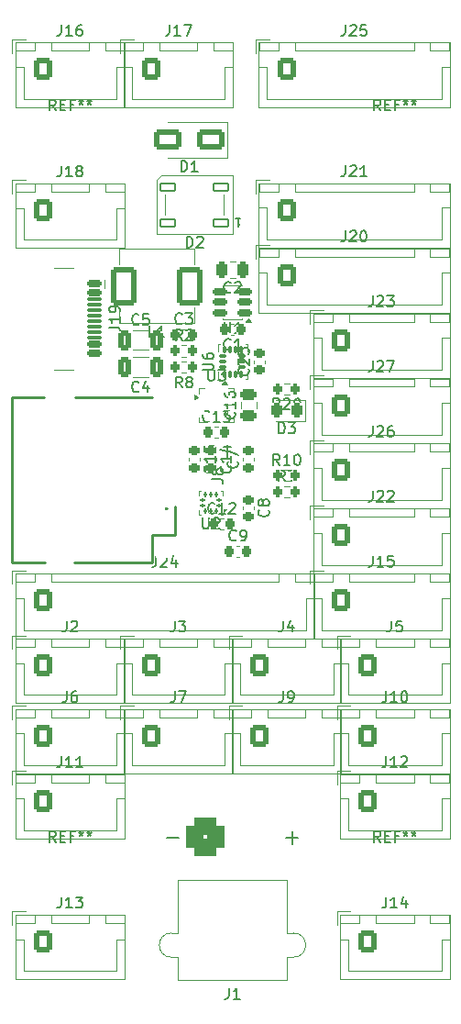
<source format=gto>
%TF.GenerationSoftware,KiCad,Pcbnew,9.0.6*%
%TF.CreationDate,2026-01-30T19:37:08-05:00*%
%TF.ProjectId,flight controller,666c6967-6874-4206-936f-6e74726f6c6c,rev?*%
%TF.SameCoordinates,Original*%
%TF.FileFunction,Legend,Top*%
%TF.FilePolarity,Positive*%
%FSLAX46Y46*%
G04 Gerber Fmt 4.6, Leading zero omitted, Abs format (unit mm)*
G04 Created by KiCad (PCBNEW 9.0.6) date 2026-01-30 19:37:08*
%MOMM*%
%LPD*%
G01*
G04 APERTURE LIST*
G04 Aperture macros list*
%AMRoundRect*
0 Rectangle with rounded corners*
0 $1 Rounding radius*
0 $2 $3 $4 $5 $6 $7 $8 $9 X,Y pos of 4 corners*
0 Add a 4 corners polygon primitive as box body*
4,1,4,$2,$3,$4,$5,$6,$7,$8,$9,$2,$3,0*
0 Add four circle primitives for the rounded corners*
1,1,$1+$1,$2,$3*
1,1,$1+$1,$4,$5*
1,1,$1+$1,$6,$7*
1,1,$1+$1,$8,$9*
0 Add four rect primitives between the rounded corners*
20,1,$1+$1,$2,$3,$4,$5,0*
20,1,$1+$1,$4,$5,$6,$7,0*
20,1,$1+$1,$6,$7,$8,$9,0*
20,1,$1+$1,$8,$9,$2,$3,0*%
G04 Aperture macros list end*
%ADD10C,0.150000*%
%ADD11C,0.120000*%
%ADD12C,0.250000*%
%ADD13C,0.100000*%
%ADD14C,2.700000*%
%ADD15RoundRect,0.200000X-0.200000X-0.275000X0.200000X-0.275000X0.200000X0.275000X-0.200000X0.275000X0*%
%ADD16RoundRect,0.250000X-0.600000X-0.725000X0.600000X-0.725000X0.600000X0.725000X-0.600000X0.725000X0*%
%ADD17O,1.700000X1.950000*%
%ADD18RoundRect,0.225000X-0.225000X-0.250000X0.225000X-0.250000X0.225000X0.250000X-0.225000X0.250000X0*%
%ADD19RoundRect,0.225000X0.250000X-0.225000X0.250000X0.225000X-0.250000X0.225000X-0.250000X-0.225000X0*%
%ADD20RoundRect,0.225000X0.225000X0.250000X-0.225000X0.250000X-0.225000X-0.250000X0.225000X-0.250000X0*%
%ADD21C,1.400000*%
%ADD22RoundRect,0.770000X0.980000X0.980000X-0.980000X0.980000X-0.980000X-0.980000X0.980000X-0.980000X0*%
%ADD23C,3.500000*%
%ADD24RoundRect,0.225000X-0.250000X0.225000X-0.250000X-0.225000X0.250000X-0.225000X0.250000X0.225000X0*%
%ADD25RoundRect,0.250000X0.325000X0.650000X-0.325000X0.650000X-0.325000X-0.650000X0.325000X-0.650000X0*%
%ADD26RoundRect,0.250000X1.000000X0.650000X-1.000000X0.650000X-1.000000X-0.650000X1.000000X-0.650000X0*%
%ADD27RoundRect,0.250000X0.925000X1.500000X-0.925000X1.500000X-0.925000X-1.500000X0.925000X-1.500000X0*%
%ADD28C,0.650000*%
%ADD29RoundRect,0.150000X-0.500000X0.150000X-0.500000X-0.150000X0.500000X-0.150000X0.500000X0.150000X0*%
%ADD30RoundRect,0.075000X-0.575000X0.075000X-0.575000X-0.075000X0.575000X-0.075000X0.575000X0.075000X0*%
%ADD31O,2.100000X1.000000*%
%ADD32O,1.600000X1.000000*%
%ADD33RoundRect,0.250000X0.475000X-0.250000X0.475000X0.250000X-0.475000X0.250000X-0.475000X-0.250000X0*%
%ADD34RoundRect,0.250000X0.250000X0.475000X-0.250000X0.475000X-0.250000X-0.475000X0.250000X-0.475000X0*%
%ADD35RoundRect,0.200000X0.200000X0.275000X-0.200000X0.275000X-0.200000X-0.275000X0.200000X-0.275000X0*%
%ADD36RoundRect,0.090000X0.660000X0.360000X-0.660000X0.360000X-0.660000X-0.360000X0.660000X-0.360000X0*%
%ADD37C,1.200000*%
%ADD38R,1.600000X0.700000*%
%ADD39R,1.500000X1.200000*%
%ADD40R,2.200000X1.200000*%
%ADD41R,1.500000X1.600000*%
%ADD42RoundRect,0.243750X0.243750X0.456250X-0.243750X0.456250X-0.243750X-0.456250X0.243750X-0.456250X0*%
%ADD43RoundRect,0.087500X0.125000X0.087500X-0.125000X0.087500X-0.125000X-0.087500X0.125000X-0.087500X0*%
%ADD44RoundRect,0.087500X0.087500X0.125000X-0.087500X0.125000X-0.087500X-0.125000X0.087500X-0.125000X0*%
%ADD45R,0.450000X0.300000*%
%ADD46R,0.300000X0.450000*%
%ADD47RoundRect,0.250000X-0.325000X-0.650000X0.325000X-0.650000X0.325000X0.650000X-0.325000X0.650000X0*%
%ADD48RoundRect,0.150000X0.512500X0.150000X-0.512500X0.150000X-0.512500X-0.150000X0.512500X-0.150000X0*%
%ADD49RoundRect,0.087500X0.087500X-0.225000X0.087500X0.225000X-0.087500X0.225000X-0.087500X-0.225000X0*%
%ADD50RoundRect,0.087500X0.225000X-0.087500X0.225000X0.087500X-0.225000X0.087500X-0.225000X-0.087500X0*%
G04 APERTURE END LIST*
D10*
X141166666Y-56804819D02*
X140833333Y-56328628D01*
X140595238Y-56804819D02*
X140595238Y-55804819D01*
X140595238Y-55804819D02*
X140976190Y-55804819D01*
X140976190Y-55804819D02*
X141071428Y-55852438D01*
X141071428Y-55852438D02*
X141119047Y-55900057D01*
X141119047Y-55900057D02*
X141166666Y-55995295D01*
X141166666Y-55995295D02*
X141166666Y-56138152D01*
X141166666Y-56138152D02*
X141119047Y-56233390D01*
X141119047Y-56233390D02*
X141071428Y-56281009D01*
X141071428Y-56281009D02*
X140976190Y-56328628D01*
X140976190Y-56328628D02*
X140595238Y-56328628D01*
X141595238Y-56281009D02*
X141928571Y-56281009D01*
X142071428Y-56804819D02*
X141595238Y-56804819D01*
X141595238Y-56804819D02*
X141595238Y-55804819D01*
X141595238Y-55804819D02*
X142071428Y-55804819D01*
X142833333Y-56281009D02*
X142500000Y-56281009D01*
X142500000Y-56804819D02*
X142500000Y-55804819D01*
X142500000Y-55804819D02*
X142976190Y-55804819D01*
X143500000Y-55804819D02*
X143500000Y-56042914D01*
X143261905Y-55947676D02*
X143500000Y-56042914D01*
X143500000Y-56042914D02*
X143738095Y-55947676D01*
X143357143Y-56233390D02*
X143500000Y-56042914D01*
X143500000Y-56042914D02*
X143642857Y-56233390D01*
X144261905Y-55804819D02*
X144261905Y-56042914D01*
X144023810Y-55947676D02*
X144261905Y-56042914D01*
X144261905Y-56042914D02*
X144500000Y-55947676D01*
X144119048Y-56233390D02*
X144261905Y-56042914D01*
X144261905Y-56042914D02*
X144404762Y-56233390D01*
X152833333Y-78024819D02*
X152500000Y-77548628D01*
X152261905Y-78024819D02*
X152261905Y-77024819D01*
X152261905Y-77024819D02*
X152642857Y-77024819D01*
X152642857Y-77024819D02*
X152738095Y-77072438D01*
X152738095Y-77072438D02*
X152785714Y-77120057D01*
X152785714Y-77120057D02*
X152833333Y-77215295D01*
X152833333Y-77215295D02*
X152833333Y-77358152D01*
X152833333Y-77358152D02*
X152785714Y-77453390D01*
X152785714Y-77453390D02*
X152738095Y-77501009D01*
X152738095Y-77501009D02*
X152642857Y-77548628D01*
X152642857Y-77548628D02*
X152261905Y-77548628D01*
X153214286Y-77120057D02*
X153261905Y-77072438D01*
X153261905Y-77072438D02*
X153357143Y-77024819D01*
X153357143Y-77024819D02*
X153595238Y-77024819D01*
X153595238Y-77024819D02*
X153690476Y-77072438D01*
X153690476Y-77072438D02*
X153738095Y-77120057D01*
X153738095Y-77120057D02*
X153785714Y-77215295D01*
X153785714Y-77215295D02*
X153785714Y-77310533D01*
X153785714Y-77310533D02*
X153738095Y-77453390D01*
X153738095Y-77453390D02*
X153166667Y-78024819D01*
X153166667Y-78024819D02*
X153785714Y-78024819D01*
X162166666Y-103904819D02*
X162166666Y-104619104D01*
X162166666Y-104619104D02*
X162119047Y-104761961D01*
X162119047Y-104761961D02*
X162023809Y-104857200D01*
X162023809Y-104857200D02*
X161880952Y-104904819D01*
X161880952Y-104904819D02*
X161785714Y-104904819D01*
X163071428Y-104238152D02*
X163071428Y-104904819D01*
X162833333Y-103857200D02*
X162595238Y-104571485D01*
X162595238Y-104571485D02*
X163214285Y-104571485D01*
X157833333Y-96429580D02*
X157785714Y-96477200D01*
X157785714Y-96477200D02*
X157642857Y-96524819D01*
X157642857Y-96524819D02*
X157547619Y-96524819D01*
X157547619Y-96524819D02*
X157404762Y-96477200D01*
X157404762Y-96477200D02*
X157309524Y-96381961D01*
X157309524Y-96381961D02*
X157261905Y-96286723D01*
X157261905Y-96286723D02*
X157214286Y-96096247D01*
X157214286Y-96096247D02*
X157214286Y-95953390D01*
X157214286Y-95953390D02*
X157261905Y-95762914D01*
X157261905Y-95762914D02*
X157309524Y-95667676D01*
X157309524Y-95667676D02*
X157404762Y-95572438D01*
X157404762Y-95572438D02*
X157547619Y-95524819D01*
X157547619Y-95524819D02*
X157642857Y-95524819D01*
X157642857Y-95524819D02*
X157785714Y-95572438D01*
X157785714Y-95572438D02*
X157833333Y-95620057D01*
X158309524Y-96524819D02*
X158500000Y-96524819D01*
X158500000Y-96524819D02*
X158595238Y-96477200D01*
X158595238Y-96477200D02*
X158642857Y-96429580D01*
X158642857Y-96429580D02*
X158738095Y-96286723D01*
X158738095Y-96286723D02*
X158785714Y-96096247D01*
X158785714Y-96096247D02*
X158785714Y-95715295D01*
X158785714Y-95715295D02*
X158738095Y-95620057D01*
X158738095Y-95620057D02*
X158690476Y-95572438D01*
X158690476Y-95572438D02*
X158595238Y-95524819D01*
X158595238Y-95524819D02*
X158404762Y-95524819D01*
X158404762Y-95524819D02*
X158309524Y-95572438D01*
X158309524Y-95572438D02*
X158261905Y-95620057D01*
X158261905Y-95620057D02*
X158214286Y-95715295D01*
X158214286Y-95715295D02*
X158214286Y-95953390D01*
X158214286Y-95953390D02*
X158261905Y-96048628D01*
X158261905Y-96048628D02*
X158309524Y-96096247D01*
X158309524Y-96096247D02*
X158404762Y-96143866D01*
X158404762Y-96143866D02*
X158595238Y-96143866D01*
X158595238Y-96143866D02*
X158690476Y-96096247D01*
X158690476Y-96096247D02*
X158738095Y-96048628D01*
X158738095Y-96048628D02*
X158785714Y-95953390D01*
X141166666Y-124304819D02*
X140833333Y-123828628D01*
X140595238Y-124304819D02*
X140595238Y-123304819D01*
X140595238Y-123304819D02*
X140976190Y-123304819D01*
X140976190Y-123304819D02*
X141071428Y-123352438D01*
X141071428Y-123352438D02*
X141119047Y-123400057D01*
X141119047Y-123400057D02*
X141166666Y-123495295D01*
X141166666Y-123495295D02*
X141166666Y-123638152D01*
X141166666Y-123638152D02*
X141119047Y-123733390D01*
X141119047Y-123733390D02*
X141071428Y-123781009D01*
X141071428Y-123781009D02*
X140976190Y-123828628D01*
X140976190Y-123828628D02*
X140595238Y-123828628D01*
X141595238Y-123781009D02*
X141928571Y-123781009D01*
X142071428Y-124304819D02*
X141595238Y-124304819D01*
X141595238Y-124304819D02*
X141595238Y-123304819D01*
X141595238Y-123304819D02*
X142071428Y-123304819D01*
X142833333Y-123781009D02*
X142500000Y-123781009D01*
X142500000Y-124304819D02*
X142500000Y-123304819D01*
X142500000Y-123304819D02*
X142976190Y-123304819D01*
X143500000Y-123304819D02*
X143500000Y-123542914D01*
X143261905Y-123447676D02*
X143500000Y-123542914D01*
X143500000Y-123542914D02*
X143738095Y-123447676D01*
X143357143Y-123733390D02*
X143500000Y-123542914D01*
X143500000Y-123542914D02*
X143642857Y-123733390D01*
X144261905Y-123304819D02*
X144261905Y-123542914D01*
X144023810Y-123447676D02*
X144261905Y-123542914D01*
X144261905Y-123542914D02*
X144500000Y-123447676D01*
X144119048Y-123733390D02*
X144261905Y-123542914D01*
X144261905Y-123542914D02*
X144404762Y-123733390D01*
X171690476Y-110404819D02*
X171690476Y-111119104D01*
X171690476Y-111119104D02*
X171642857Y-111261961D01*
X171642857Y-111261961D02*
X171547619Y-111357200D01*
X171547619Y-111357200D02*
X171404762Y-111404819D01*
X171404762Y-111404819D02*
X171309524Y-111404819D01*
X172690476Y-111404819D02*
X172119048Y-111404819D01*
X172404762Y-111404819D02*
X172404762Y-110404819D01*
X172404762Y-110404819D02*
X172309524Y-110547676D01*
X172309524Y-110547676D02*
X172214286Y-110642914D01*
X172214286Y-110642914D02*
X172119048Y-110690533D01*
X173309524Y-110404819D02*
X173404762Y-110404819D01*
X173404762Y-110404819D02*
X173500000Y-110452438D01*
X173500000Y-110452438D02*
X173547619Y-110500057D01*
X173547619Y-110500057D02*
X173595238Y-110595295D01*
X173595238Y-110595295D02*
X173642857Y-110785771D01*
X173642857Y-110785771D02*
X173642857Y-111023866D01*
X173642857Y-111023866D02*
X173595238Y-111214342D01*
X173595238Y-111214342D02*
X173547619Y-111309580D01*
X173547619Y-111309580D02*
X173500000Y-111357200D01*
X173500000Y-111357200D02*
X173404762Y-111404819D01*
X173404762Y-111404819D02*
X173309524Y-111404819D01*
X173309524Y-111404819D02*
X173214286Y-111357200D01*
X173214286Y-111357200D02*
X173166667Y-111309580D01*
X173166667Y-111309580D02*
X173119048Y-111214342D01*
X173119048Y-111214342D02*
X173071429Y-111023866D01*
X173071429Y-111023866D02*
X173071429Y-110785771D01*
X173071429Y-110785771D02*
X173119048Y-110595295D01*
X173119048Y-110595295D02*
X173166667Y-110500057D01*
X173166667Y-110500057D02*
X173214286Y-110452438D01*
X173214286Y-110452438D02*
X173309524Y-110404819D01*
X170440476Y-91904819D02*
X170440476Y-92619104D01*
X170440476Y-92619104D02*
X170392857Y-92761961D01*
X170392857Y-92761961D02*
X170297619Y-92857200D01*
X170297619Y-92857200D02*
X170154762Y-92904819D01*
X170154762Y-92904819D02*
X170059524Y-92904819D01*
X170869048Y-92000057D02*
X170916667Y-91952438D01*
X170916667Y-91952438D02*
X171011905Y-91904819D01*
X171011905Y-91904819D02*
X171250000Y-91904819D01*
X171250000Y-91904819D02*
X171345238Y-91952438D01*
X171345238Y-91952438D02*
X171392857Y-92000057D01*
X171392857Y-92000057D02*
X171440476Y-92095295D01*
X171440476Y-92095295D02*
X171440476Y-92190533D01*
X171440476Y-92190533D02*
X171392857Y-92333390D01*
X171392857Y-92333390D02*
X170821429Y-92904819D01*
X170821429Y-92904819D02*
X171440476Y-92904819D01*
X171821429Y-92000057D02*
X171869048Y-91952438D01*
X171869048Y-91952438D02*
X171964286Y-91904819D01*
X171964286Y-91904819D02*
X172202381Y-91904819D01*
X172202381Y-91904819D02*
X172297619Y-91952438D01*
X172297619Y-91952438D02*
X172345238Y-92000057D01*
X172345238Y-92000057D02*
X172392857Y-92095295D01*
X172392857Y-92095295D02*
X172392857Y-92190533D01*
X172392857Y-92190533D02*
X172345238Y-92333390D01*
X172345238Y-92333390D02*
X171773810Y-92904819D01*
X171773810Y-92904819D02*
X172392857Y-92904819D01*
X158929580Y-80642857D02*
X158977200Y-80690476D01*
X158977200Y-80690476D02*
X159024819Y-80833333D01*
X159024819Y-80833333D02*
X159024819Y-80928571D01*
X159024819Y-80928571D02*
X158977200Y-81071428D01*
X158977200Y-81071428D02*
X158881961Y-81166666D01*
X158881961Y-81166666D02*
X158786723Y-81214285D01*
X158786723Y-81214285D02*
X158596247Y-81261904D01*
X158596247Y-81261904D02*
X158453390Y-81261904D01*
X158453390Y-81261904D02*
X158262914Y-81214285D01*
X158262914Y-81214285D02*
X158167676Y-81166666D01*
X158167676Y-81166666D02*
X158072438Y-81071428D01*
X158072438Y-81071428D02*
X158024819Y-80928571D01*
X158024819Y-80928571D02*
X158024819Y-80833333D01*
X158024819Y-80833333D02*
X158072438Y-80690476D01*
X158072438Y-80690476D02*
X158120057Y-80642857D01*
X158120057Y-80261904D02*
X158072438Y-80214285D01*
X158072438Y-80214285D02*
X158024819Y-80119047D01*
X158024819Y-80119047D02*
X158024819Y-79880952D01*
X158024819Y-79880952D02*
X158072438Y-79785714D01*
X158072438Y-79785714D02*
X158120057Y-79738095D01*
X158120057Y-79738095D02*
X158215295Y-79690476D01*
X158215295Y-79690476D02*
X158310533Y-79690476D01*
X158310533Y-79690476D02*
X158453390Y-79738095D01*
X158453390Y-79738095D02*
X159024819Y-80309523D01*
X159024819Y-80309523D02*
X159024819Y-79690476D01*
X158024819Y-78785714D02*
X158024819Y-79261904D01*
X158024819Y-79261904D02*
X158501009Y-79309523D01*
X158501009Y-79309523D02*
X158453390Y-79261904D01*
X158453390Y-79261904D02*
X158405771Y-79166666D01*
X158405771Y-79166666D02*
X158405771Y-78928571D01*
X158405771Y-78928571D02*
X158453390Y-78833333D01*
X158453390Y-78833333D02*
X158501009Y-78785714D01*
X158501009Y-78785714D02*
X158596247Y-78738095D01*
X158596247Y-78738095D02*
X158834342Y-78738095D01*
X158834342Y-78738095D02*
X158929580Y-78785714D01*
X158929580Y-78785714D02*
X158977200Y-78833333D01*
X158977200Y-78833333D02*
X159024819Y-78928571D01*
X159024819Y-78928571D02*
X159024819Y-79166666D01*
X159024819Y-79166666D02*
X158977200Y-79261904D01*
X158977200Y-79261904D02*
X158929580Y-79309523D01*
X170440476Y-85904819D02*
X170440476Y-86619104D01*
X170440476Y-86619104D02*
X170392857Y-86761961D01*
X170392857Y-86761961D02*
X170297619Y-86857200D01*
X170297619Y-86857200D02*
X170154762Y-86904819D01*
X170154762Y-86904819D02*
X170059524Y-86904819D01*
X170869048Y-86000057D02*
X170916667Y-85952438D01*
X170916667Y-85952438D02*
X171011905Y-85904819D01*
X171011905Y-85904819D02*
X171250000Y-85904819D01*
X171250000Y-85904819D02*
X171345238Y-85952438D01*
X171345238Y-85952438D02*
X171392857Y-86000057D01*
X171392857Y-86000057D02*
X171440476Y-86095295D01*
X171440476Y-86095295D02*
X171440476Y-86190533D01*
X171440476Y-86190533D02*
X171392857Y-86333390D01*
X171392857Y-86333390D02*
X170821429Y-86904819D01*
X170821429Y-86904819D02*
X171440476Y-86904819D01*
X172297619Y-85904819D02*
X172107143Y-85904819D01*
X172107143Y-85904819D02*
X172011905Y-85952438D01*
X172011905Y-85952438D02*
X171964286Y-86000057D01*
X171964286Y-86000057D02*
X171869048Y-86142914D01*
X171869048Y-86142914D02*
X171821429Y-86333390D01*
X171821429Y-86333390D02*
X171821429Y-86714342D01*
X171821429Y-86714342D02*
X171869048Y-86809580D01*
X171869048Y-86809580D02*
X171916667Y-86857200D01*
X171916667Y-86857200D02*
X172011905Y-86904819D01*
X172011905Y-86904819D02*
X172202381Y-86904819D01*
X172202381Y-86904819D02*
X172297619Y-86857200D01*
X172297619Y-86857200D02*
X172345238Y-86809580D01*
X172345238Y-86809580D02*
X172392857Y-86714342D01*
X172392857Y-86714342D02*
X172392857Y-86476247D01*
X172392857Y-86476247D02*
X172345238Y-86381009D01*
X172345238Y-86381009D02*
X172297619Y-86333390D01*
X172297619Y-86333390D02*
X172202381Y-86285771D01*
X172202381Y-86285771D02*
X172011905Y-86285771D01*
X172011905Y-86285771D02*
X171916667Y-86333390D01*
X171916667Y-86333390D02*
X171869048Y-86381009D01*
X171869048Y-86381009D02*
X171821429Y-86476247D01*
X157333333Y-78789580D02*
X157285714Y-78837200D01*
X157285714Y-78837200D02*
X157142857Y-78884819D01*
X157142857Y-78884819D02*
X157047619Y-78884819D01*
X157047619Y-78884819D02*
X156904762Y-78837200D01*
X156904762Y-78837200D02*
X156809524Y-78741961D01*
X156809524Y-78741961D02*
X156761905Y-78646723D01*
X156761905Y-78646723D02*
X156714286Y-78456247D01*
X156714286Y-78456247D02*
X156714286Y-78313390D01*
X156714286Y-78313390D02*
X156761905Y-78122914D01*
X156761905Y-78122914D02*
X156809524Y-78027676D01*
X156809524Y-78027676D02*
X156904762Y-77932438D01*
X156904762Y-77932438D02*
X157047619Y-77884819D01*
X157047619Y-77884819D02*
X157142857Y-77884819D01*
X157142857Y-77884819D02*
X157285714Y-77932438D01*
X157285714Y-77932438D02*
X157333333Y-77980057D01*
X158285714Y-78884819D02*
X157714286Y-78884819D01*
X158000000Y-78884819D02*
X158000000Y-77884819D01*
X158000000Y-77884819D02*
X157904762Y-78027676D01*
X157904762Y-78027676D02*
X157809524Y-78122914D01*
X157809524Y-78122914D02*
X157714286Y-78170533D01*
X157166666Y-137779819D02*
X157166666Y-138494104D01*
X157166666Y-138494104D02*
X157119047Y-138636961D01*
X157119047Y-138636961D02*
X157023809Y-138732200D01*
X157023809Y-138732200D02*
X156880952Y-138779819D01*
X156880952Y-138779819D02*
X156785714Y-138779819D01*
X158166666Y-138779819D02*
X157595238Y-138779819D01*
X157880952Y-138779819D02*
X157880952Y-137779819D01*
X157880952Y-137779819D02*
X157785714Y-137922676D01*
X157785714Y-137922676D02*
X157690476Y-138017914D01*
X157690476Y-138017914D02*
X157595238Y-138065533D01*
X162428571Y-123939700D02*
X163571429Y-123939700D01*
X163000000Y-124511128D02*
X163000000Y-123368271D01*
X151428571Y-123939700D02*
X152571429Y-123939700D01*
X141690476Y-48904819D02*
X141690476Y-49619104D01*
X141690476Y-49619104D02*
X141642857Y-49761961D01*
X141642857Y-49761961D02*
X141547619Y-49857200D01*
X141547619Y-49857200D02*
X141404762Y-49904819D01*
X141404762Y-49904819D02*
X141309524Y-49904819D01*
X142690476Y-49904819D02*
X142119048Y-49904819D01*
X142404762Y-49904819D02*
X142404762Y-48904819D01*
X142404762Y-48904819D02*
X142309524Y-49047676D01*
X142309524Y-49047676D02*
X142214286Y-49142914D01*
X142214286Y-49142914D02*
X142119048Y-49190533D01*
X143547619Y-48904819D02*
X143357143Y-48904819D01*
X143357143Y-48904819D02*
X143261905Y-48952438D01*
X143261905Y-48952438D02*
X143214286Y-49000057D01*
X143214286Y-49000057D02*
X143119048Y-49142914D01*
X143119048Y-49142914D02*
X143071429Y-49333390D01*
X143071429Y-49333390D02*
X143071429Y-49714342D01*
X143071429Y-49714342D02*
X143119048Y-49809580D01*
X143119048Y-49809580D02*
X143166667Y-49857200D01*
X143166667Y-49857200D02*
X143261905Y-49904819D01*
X143261905Y-49904819D02*
X143452381Y-49904819D01*
X143452381Y-49904819D02*
X143547619Y-49857200D01*
X143547619Y-49857200D02*
X143595238Y-49809580D01*
X143595238Y-49809580D02*
X143642857Y-49714342D01*
X143642857Y-49714342D02*
X143642857Y-49476247D01*
X143642857Y-49476247D02*
X143595238Y-49381009D01*
X143595238Y-49381009D02*
X143547619Y-49333390D01*
X143547619Y-49333390D02*
X143452381Y-49285771D01*
X143452381Y-49285771D02*
X143261905Y-49285771D01*
X143261905Y-49285771D02*
X143166667Y-49333390D01*
X143166667Y-49333390D02*
X143119048Y-49381009D01*
X143119048Y-49381009D02*
X143071429Y-49476247D01*
X141690476Y-116404819D02*
X141690476Y-117119104D01*
X141690476Y-117119104D02*
X141642857Y-117261961D01*
X141642857Y-117261961D02*
X141547619Y-117357200D01*
X141547619Y-117357200D02*
X141404762Y-117404819D01*
X141404762Y-117404819D02*
X141309524Y-117404819D01*
X142690476Y-117404819D02*
X142119048Y-117404819D01*
X142404762Y-117404819D02*
X142404762Y-116404819D01*
X142404762Y-116404819D02*
X142309524Y-116547676D01*
X142309524Y-116547676D02*
X142214286Y-116642914D01*
X142214286Y-116642914D02*
X142119048Y-116690533D01*
X143642857Y-117404819D02*
X143071429Y-117404819D01*
X143357143Y-117404819D02*
X143357143Y-116404819D01*
X143357143Y-116404819D02*
X143261905Y-116547676D01*
X143261905Y-116547676D02*
X143166667Y-116642914D01*
X143166667Y-116642914D02*
X143071429Y-116690533D01*
X155789580Y-89642857D02*
X155837200Y-89690476D01*
X155837200Y-89690476D02*
X155884819Y-89833333D01*
X155884819Y-89833333D02*
X155884819Y-89928571D01*
X155884819Y-89928571D02*
X155837200Y-90071428D01*
X155837200Y-90071428D02*
X155741961Y-90166666D01*
X155741961Y-90166666D02*
X155646723Y-90214285D01*
X155646723Y-90214285D02*
X155456247Y-90261904D01*
X155456247Y-90261904D02*
X155313390Y-90261904D01*
X155313390Y-90261904D02*
X155122914Y-90214285D01*
X155122914Y-90214285D02*
X155027676Y-90166666D01*
X155027676Y-90166666D02*
X154932438Y-90071428D01*
X154932438Y-90071428D02*
X154884819Y-89928571D01*
X154884819Y-89928571D02*
X154884819Y-89833333D01*
X154884819Y-89833333D02*
X154932438Y-89690476D01*
X154932438Y-89690476D02*
X154980057Y-89642857D01*
X155884819Y-88690476D02*
X155884819Y-89261904D01*
X155884819Y-88976190D02*
X154884819Y-88976190D01*
X154884819Y-88976190D02*
X155027676Y-89071428D01*
X155027676Y-89071428D02*
X155122914Y-89166666D01*
X155122914Y-89166666D02*
X155170533Y-89261904D01*
X154884819Y-87785714D02*
X154884819Y-88261904D01*
X154884819Y-88261904D02*
X155361009Y-88309523D01*
X155361009Y-88309523D02*
X155313390Y-88261904D01*
X155313390Y-88261904D02*
X155265771Y-88166666D01*
X155265771Y-88166666D02*
X155265771Y-87928571D01*
X155265771Y-87928571D02*
X155313390Y-87833333D01*
X155313390Y-87833333D02*
X155361009Y-87785714D01*
X155361009Y-87785714D02*
X155456247Y-87738095D01*
X155456247Y-87738095D02*
X155694342Y-87738095D01*
X155694342Y-87738095D02*
X155789580Y-87785714D01*
X155789580Y-87785714D02*
X155837200Y-87833333D01*
X155837200Y-87833333D02*
X155884819Y-87928571D01*
X155884819Y-87928571D02*
X155884819Y-88166666D01*
X155884819Y-88166666D02*
X155837200Y-88261904D01*
X155837200Y-88261904D02*
X155789580Y-88309523D01*
X141690476Y-129379819D02*
X141690476Y-130094104D01*
X141690476Y-130094104D02*
X141642857Y-130236961D01*
X141642857Y-130236961D02*
X141547619Y-130332200D01*
X141547619Y-130332200D02*
X141404762Y-130379819D01*
X141404762Y-130379819D02*
X141309524Y-130379819D01*
X142690476Y-130379819D02*
X142119048Y-130379819D01*
X142404762Y-130379819D02*
X142404762Y-129379819D01*
X142404762Y-129379819D02*
X142309524Y-129522676D01*
X142309524Y-129522676D02*
X142214286Y-129617914D01*
X142214286Y-129617914D02*
X142119048Y-129665533D01*
X143023810Y-129379819D02*
X143642857Y-129379819D01*
X143642857Y-129379819D02*
X143309524Y-129760771D01*
X143309524Y-129760771D02*
X143452381Y-129760771D01*
X143452381Y-129760771D02*
X143547619Y-129808390D01*
X143547619Y-129808390D02*
X143595238Y-129856009D01*
X143595238Y-129856009D02*
X143642857Y-129951247D01*
X143642857Y-129951247D02*
X143642857Y-130189342D01*
X143642857Y-130189342D02*
X143595238Y-130284580D01*
X143595238Y-130284580D02*
X143547619Y-130332200D01*
X143547619Y-130332200D02*
X143452381Y-130379819D01*
X143452381Y-130379819D02*
X143166667Y-130379819D01*
X143166667Y-130379819D02*
X143071429Y-130332200D01*
X143071429Y-130332200D02*
X143023810Y-130284580D01*
X148833333Y-82709580D02*
X148785714Y-82757200D01*
X148785714Y-82757200D02*
X148642857Y-82804819D01*
X148642857Y-82804819D02*
X148547619Y-82804819D01*
X148547619Y-82804819D02*
X148404762Y-82757200D01*
X148404762Y-82757200D02*
X148309524Y-82661961D01*
X148309524Y-82661961D02*
X148261905Y-82566723D01*
X148261905Y-82566723D02*
X148214286Y-82376247D01*
X148214286Y-82376247D02*
X148214286Y-82233390D01*
X148214286Y-82233390D02*
X148261905Y-82042914D01*
X148261905Y-82042914D02*
X148309524Y-81947676D01*
X148309524Y-81947676D02*
X148404762Y-81852438D01*
X148404762Y-81852438D02*
X148547619Y-81804819D01*
X148547619Y-81804819D02*
X148642857Y-81804819D01*
X148642857Y-81804819D02*
X148785714Y-81852438D01*
X148785714Y-81852438D02*
X148833333Y-81900057D01*
X149690476Y-82138152D02*
X149690476Y-82804819D01*
X149452381Y-81757200D02*
X149214286Y-82471485D01*
X149214286Y-82471485D02*
X149833333Y-82471485D01*
X152833333Y-76429580D02*
X152785714Y-76477200D01*
X152785714Y-76477200D02*
X152642857Y-76524819D01*
X152642857Y-76524819D02*
X152547619Y-76524819D01*
X152547619Y-76524819D02*
X152404762Y-76477200D01*
X152404762Y-76477200D02*
X152309524Y-76381961D01*
X152309524Y-76381961D02*
X152261905Y-76286723D01*
X152261905Y-76286723D02*
X152214286Y-76096247D01*
X152214286Y-76096247D02*
X152214286Y-75953390D01*
X152214286Y-75953390D02*
X152261905Y-75762914D01*
X152261905Y-75762914D02*
X152309524Y-75667676D01*
X152309524Y-75667676D02*
X152404762Y-75572438D01*
X152404762Y-75572438D02*
X152547619Y-75524819D01*
X152547619Y-75524819D02*
X152642857Y-75524819D01*
X152642857Y-75524819D02*
X152785714Y-75572438D01*
X152785714Y-75572438D02*
X152833333Y-75620057D01*
X153166667Y-75524819D02*
X153785714Y-75524819D01*
X153785714Y-75524819D02*
X153452381Y-75905771D01*
X153452381Y-75905771D02*
X153595238Y-75905771D01*
X153595238Y-75905771D02*
X153690476Y-75953390D01*
X153690476Y-75953390D02*
X153738095Y-76001009D01*
X153738095Y-76001009D02*
X153785714Y-76096247D01*
X153785714Y-76096247D02*
X153785714Y-76334342D01*
X153785714Y-76334342D02*
X153738095Y-76429580D01*
X153738095Y-76429580D02*
X153690476Y-76477200D01*
X153690476Y-76477200D02*
X153595238Y-76524819D01*
X153595238Y-76524819D02*
X153309524Y-76524819D01*
X153309524Y-76524819D02*
X153214286Y-76477200D01*
X153214286Y-76477200D02*
X153166667Y-76429580D01*
X152761905Y-62454819D02*
X152761905Y-61454819D01*
X152761905Y-61454819D02*
X153000000Y-61454819D01*
X153000000Y-61454819D02*
X153142857Y-61502438D01*
X153142857Y-61502438D02*
X153238095Y-61597676D01*
X153238095Y-61597676D02*
X153285714Y-61692914D01*
X153285714Y-61692914D02*
X153333333Y-61883390D01*
X153333333Y-61883390D02*
X153333333Y-62026247D01*
X153333333Y-62026247D02*
X153285714Y-62216723D01*
X153285714Y-62216723D02*
X153238095Y-62311961D01*
X153238095Y-62311961D02*
X153142857Y-62407200D01*
X153142857Y-62407200D02*
X153000000Y-62454819D01*
X153000000Y-62454819D02*
X152761905Y-62454819D01*
X154285714Y-62454819D02*
X153714286Y-62454819D01*
X154000000Y-62454819D02*
X154000000Y-61454819D01*
X154000000Y-61454819D02*
X153904762Y-61597676D01*
X153904762Y-61597676D02*
X153809524Y-61692914D01*
X153809524Y-61692914D02*
X153714286Y-61740533D01*
X167940476Y-61879819D02*
X167940476Y-62594104D01*
X167940476Y-62594104D02*
X167892857Y-62736961D01*
X167892857Y-62736961D02*
X167797619Y-62832200D01*
X167797619Y-62832200D02*
X167654762Y-62879819D01*
X167654762Y-62879819D02*
X167559524Y-62879819D01*
X168369048Y-61975057D02*
X168416667Y-61927438D01*
X168416667Y-61927438D02*
X168511905Y-61879819D01*
X168511905Y-61879819D02*
X168750000Y-61879819D01*
X168750000Y-61879819D02*
X168845238Y-61927438D01*
X168845238Y-61927438D02*
X168892857Y-61975057D01*
X168892857Y-61975057D02*
X168940476Y-62070295D01*
X168940476Y-62070295D02*
X168940476Y-62165533D01*
X168940476Y-62165533D02*
X168892857Y-62308390D01*
X168892857Y-62308390D02*
X168321429Y-62879819D01*
X168321429Y-62879819D02*
X168940476Y-62879819D01*
X169892857Y-62879819D02*
X169321429Y-62879819D01*
X169607143Y-62879819D02*
X169607143Y-61879819D01*
X169607143Y-61879819D02*
X169511905Y-62022676D01*
X169511905Y-62022676D02*
X169416667Y-62117914D01*
X169416667Y-62117914D02*
X169321429Y-62165533D01*
X150333333Y-77704819D02*
X149857143Y-77704819D01*
X149857143Y-77704819D02*
X149857143Y-76704819D01*
X151190476Y-77704819D02*
X150619048Y-77704819D01*
X150904762Y-77704819D02*
X150904762Y-76704819D01*
X150904762Y-76704819D02*
X150809524Y-76847676D01*
X150809524Y-76847676D02*
X150714286Y-76942914D01*
X150714286Y-76942914D02*
X150619048Y-76990533D01*
X141690476Y-61904819D02*
X141690476Y-62619104D01*
X141690476Y-62619104D02*
X141642857Y-62761961D01*
X141642857Y-62761961D02*
X141547619Y-62857200D01*
X141547619Y-62857200D02*
X141404762Y-62904819D01*
X141404762Y-62904819D02*
X141309524Y-62904819D01*
X142690476Y-62904819D02*
X142119048Y-62904819D01*
X142404762Y-62904819D02*
X142404762Y-61904819D01*
X142404762Y-61904819D02*
X142309524Y-62047676D01*
X142309524Y-62047676D02*
X142214286Y-62142914D01*
X142214286Y-62142914D02*
X142119048Y-62190533D01*
X143261905Y-62333390D02*
X143166667Y-62285771D01*
X143166667Y-62285771D02*
X143119048Y-62238152D01*
X143119048Y-62238152D02*
X143071429Y-62142914D01*
X143071429Y-62142914D02*
X143071429Y-62095295D01*
X143071429Y-62095295D02*
X143119048Y-62000057D01*
X143119048Y-62000057D02*
X143166667Y-61952438D01*
X143166667Y-61952438D02*
X143261905Y-61904819D01*
X143261905Y-61904819D02*
X143452381Y-61904819D01*
X143452381Y-61904819D02*
X143547619Y-61952438D01*
X143547619Y-61952438D02*
X143595238Y-62000057D01*
X143595238Y-62000057D02*
X143642857Y-62095295D01*
X143642857Y-62095295D02*
X143642857Y-62142914D01*
X143642857Y-62142914D02*
X143595238Y-62238152D01*
X143595238Y-62238152D02*
X143547619Y-62285771D01*
X143547619Y-62285771D02*
X143452381Y-62333390D01*
X143452381Y-62333390D02*
X143261905Y-62333390D01*
X143261905Y-62333390D02*
X143166667Y-62381009D01*
X143166667Y-62381009D02*
X143119048Y-62428628D01*
X143119048Y-62428628D02*
X143071429Y-62523866D01*
X143071429Y-62523866D02*
X143071429Y-62714342D01*
X143071429Y-62714342D02*
X143119048Y-62809580D01*
X143119048Y-62809580D02*
X143166667Y-62857200D01*
X143166667Y-62857200D02*
X143261905Y-62904819D01*
X143261905Y-62904819D02*
X143452381Y-62904819D01*
X143452381Y-62904819D02*
X143547619Y-62857200D01*
X143547619Y-62857200D02*
X143595238Y-62809580D01*
X143595238Y-62809580D02*
X143642857Y-62714342D01*
X143642857Y-62714342D02*
X143642857Y-62523866D01*
X143642857Y-62523866D02*
X143595238Y-62428628D01*
X143595238Y-62428628D02*
X143547619Y-62381009D01*
X143547619Y-62381009D02*
X143452381Y-62333390D01*
X171690476Y-116404819D02*
X171690476Y-117119104D01*
X171690476Y-117119104D02*
X171642857Y-117261961D01*
X171642857Y-117261961D02*
X171547619Y-117357200D01*
X171547619Y-117357200D02*
X171404762Y-117404819D01*
X171404762Y-117404819D02*
X171309524Y-117404819D01*
X172690476Y-117404819D02*
X172119048Y-117404819D01*
X172404762Y-117404819D02*
X172404762Y-116404819D01*
X172404762Y-116404819D02*
X172309524Y-116547676D01*
X172309524Y-116547676D02*
X172214286Y-116642914D01*
X172214286Y-116642914D02*
X172119048Y-116690533D01*
X173071429Y-116500057D02*
X173119048Y-116452438D01*
X173119048Y-116452438D02*
X173214286Y-116404819D01*
X173214286Y-116404819D02*
X173452381Y-116404819D01*
X173452381Y-116404819D02*
X173547619Y-116452438D01*
X173547619Y-116452438D02*
X173595238Y-116500057D01*
X173595238Y-116500057D02*
X173642857Y-116595295D01*
X173642857Y-116595295D02*
X173642857Y-116690533D01*
X173642857Y-116690533D02*
X173595238Y-116833390D01*
X173595238Y-116833390D02*
X173023810Y-117404819D01*
X173023810Y-117404819D02*
X173642857Y-117404819D01*
X167940476Y-48904819D02*
X167940476Y-49619104D01*
X167940476Y-49619104D02*
X167892857Y-49761961D01*
X167892857Y-49761961D02*
X167797619Y-49857200D01*
X167797619Y-49857200D02*
X167654762Y-49904819D01*
X167654762Y-49904819D02*
X167559524Y-49904819D01*
X168369048Y-49000057D02*
X168416667Y-48952438D01*
X168416667Y-48952438D02*
X168511905Y-48904819D01*
X168511905Y-48904819D02*
X168750000Y-48904819D01*
X168750000Y-48904819D02*
X168845238Y-48952438D01*
X168845238Y-48952438D02*
X168892857Y-49000057D01*
X168892857Y-49000057D02*
X168940476Y-49095295D01*
X168940476Y-49095295D02*
X168940476Y-49190533D01*
X168940476Y-49190533D02*
X168892857Y-49333390D01*
X168892857Y-49333390D02*
X168321429Y-49904819D01*
X168321429Y-49904819D02*
X168940476Y-49904819D01*
X169845238Y-48904819D02*
X169369048Y-48904819D01*
X169369048Y-48904819D02*
X169321429Y-49381009D01*
X169321429Y-49381009D02*
X169369048Y-49333390D01*
X169369048Y-49333390D02*
X169464286Y-49285771D01*
X169464286Y-49285771D02*
X169702381Y-49285771D01*
X169702381Y-49285771D02*
X169797619Y-49333390D01*
X169797619Y-49333390D02*
X169845238Y-49381009D01*
X169845238Y-49381009D02*
X169892857Y-49476247D01*
X169892857Y-49476247D02*
X169892857Y-49714342D01*
X169892857Y-49714342D02*
X169845238Y-49809580D01*
X169845238Y-49809580D02*
X169797619Y-49857200D01*
X169797619Y-49857200D02*
X169702381Y-49904819D01*
X169702381Y-49904819D02*
X169464286Y-49904819D01*
X169464286Y-49904819D02*
X169369048Y-49857200D01*
X169369048Y-49857200D02*
X169321429Y-49809580D01*
X146099819Y-76809523D02*
X146814104Y-76809523D01*
X146814104Y-76809523D02*
X146956961Y-76857142D01*
X146956961Y-76857142D02*
X147052200Y-76952380D01*
X147052200Y-76952380D02*
X147099819Y-77095237D01*
X147099819Y-77095237D02*
X147099819Y-77190475D01*
X147099819Y-75809523D02*
X147099819Y-76380951D01*
X147099819Y-76095237D02*
X146099819Y-76095237D01*
X146099819Y-76095237D02*
X146242676Y-76190475D01*
X146242676Y-76190475D02*
X146337914Y-76285713D01*
X146337914Y-76285713D02*
X146385533Y-76380951D01*
X147099819Y-75333332D02*
X147099819Y-75142856D01*
X147099819Y-75142856D02*
X147052200Y-75047618D01*
X147052200Y-75047618D02*
X147004580Y-74999999D01*
X147004580Y-74999999D02*
X146861723Y-74904761D01*
X146861723Y-74904761D02*
X146671247Y-74857142D01*
X146671247Y-74857142D02*
X146290295Y-74857142D01*
X146290295Y-74857142D02*
X146195057Y-74904761D01*
X146195057Y-74904761D02*
X146147438Y-74952380D01*
X146147438Y-74952380D02*
X146099819Y-75047618D01*
X146099819Y-75047618D02*
X146099819Y-75238094D01*
X146099819Y-75238094D02*
X146147438Y-75333332D01*
X146147438Y-75333332D02*
X146195057Y-75380951D01*
X146195057Y-75380951D02*
X146290295Y-75428570D01*
X146290295Y-75428570D02*
X146528390Y-75428570D01*
X146528390Y-75428570D02*
X146623628Y-75380951D01*
X146623628Y-75380951D02*
X146671247Y-75333332D01*
X146671247Y-75333332D02*
X146718866Y-75238094D01*
X146718866Y-75238094D02*
X146718866Y-75047618D01*
X146718866Y-75047618D02*
X146671247Y-74952380D01*
X146671247Y-74952380D02*
X146623628Y-74904761D01*
X146623628Y-74904761D02*
X146528390Y-74857142D01*
X170440476Y-79904819D02*
X170440476Y-80619104D01*
X170440476Y-80619104D02*
X170392857Y-80761961D01*
X170392857Y-80761961D02*
X170297619Y-80857200D01*
X170297619Y-80857200D02*
X170154762Y-80904819D01*
X170154762Y-80904819D02*
X170059524Y-80904819D01*
X170869048Y-80000057D02*
X170916667Y-79952438D01*
X170916667Y-79952438D02*
X171011905Y-79904819D01*
X171011905Y-79904819D02*
X171250000Y-79904819D01*
X171250000Y-79904819D02*
X171345238Y-79952438D01*
X171345238Y-79952438D02*
X171392857Y-80000057D01*
X171392857Y-80000057D02*
X171440476Y-80095295D01*
X171440476Y-80095295D02*
X171440476Y-80190533D01*
X171440476Y-80190533D02*
X171392857Y-80333390D01*
X171392857Y-80333390D02*
X170821429Y-80904819D01*
X170821429Y-80904819D02*
X171440476Y-80904819D01*
X171773810Y-79904819D02*
X172440476Y-79904819D01*
X172440476Y-79904819D02*
X172011905Y-80904819D01*
X152166666Y-103904819D02*
X152166666Y-104619104D01*
X152166666Y-104619104D02*
X152119047Y-104761961D01*
X152119047Y-104761961D02*
X152023809Y-104857200D01*
X152023809Y-104857200D02*
X151880952Y-104904819D01*
X151880952Y-104904819D02*
X151785714Y-104904819D01*
X152547619Y-103904819D02*
X153166666Y-103904819D01*
X153166666Y-103904819D02*
X152833333Y-104285771D01*
X152833333Y-104285771D02*
X152976190Y-104285771D01*
X152976190Y-104285771D02*
X153071428Y-104333390D01*
X153071428Y-104333390D02*
X153119047Y-104381009D01*
X153119047Y-104381009D02*
X153166666Y-104476247D01*
X153166666Y-104476247D02*
X153166666Y-104714342D01*
X153166666Y-104714342D02*
X153119047Y-104809580D01*
X153119047Y-104809580D02*
X153071428Y-104857200D01*
X153071428Y-104857200D02*
X152976190Y-104904819D01*
X152976190Y-104904819D02*
X152690476Y-104904819D01*
X152690476Y-104904819D02*
X152595238Y-104857200D01*
X152595238Y-104857200D02*
X152547619Y-104809580D01*
X157679580Y-84642857D02*
X157727200Y-84690476D01*
X157727200Y-84690476D02*
X157774819Y-84833333D01*
X157774819Y-84833333D02*
X157774819Y-84928571D01*
X157774819Y-84928571D02*
X157727200Y-85071428D01*
X157727200Y-85071428D02*
X157631961Y-85166666D01*
X157631961Y-85166666D02*
X157536723Y-85214285D01*
X157536723Y-85214285D02*
X157346247Y-85261904D01*
X157346247Y-85261904D02*
X157203390Y-85261904D01*
X157203390Y-85261904D02*
X157012914Y-85214285D01*
X157012914Y-85214285D02*
X156917676Y-85166666D01*
X156917676Y-85166666D02*
X156822438Y-85071428D01*
X156822438Y-85071428D02*
X156774819Y-84928571D01*
X156774819Y-84928571D02*
X156774819Y-84833333D01*
X156774819Y-84833333D02*
X156822438Y-84690476D01*
X156822438Y-84690476D02*
X156870057Y-84642857D01*
X157774819Y-83690476D02*
X157774819Y-84261904D01*
X157774819Y-83976190D02*
X156774819Y-83976190D01*
X156774819Y-83976190D02*
X156917676Y-84071428D01*
X156917676Y-84071428D02*
X157012914Y-84166666D01*
X157012914Y-84166666D02*
X157060533Y-84261904D01*
X156774819Y-82833333D02*
X156774819Y-83023809D01*
X156774819Y-83023809D02*
X156822438Y-83119047D01*
X156822438Y-83119047D02*
X156870057Y-83166666D01*
X156870057Y-83166666D02*
X157012914Y-83261904D01*
X157012914Y-83261904D02*
X157203390Y-83309523D01*
X157203390Y-83309523D02*
X157584342Y-83309523D01*
X157584342Y-83309523D02*
X157679580Y-83261904D01*
X157679580Y-83261904D02*
X157727200Y-83214285D01*
X157727200Y-83214285D02*
X157774819Y-83119047D01*
X157774819Y-83119047D02*
X157774819Y-82928571D01*
X157774819Y-82928571D02*
X157727200Y-82833333D01*
X157727200Y-82833333D02*
X157679580Y-82785714D01*
X157679580Y-82785714D02*
X157584342Y-82738095D01*
X157584342Y-82738095D02*
X157346247Y-82738095D01*
X157346247Y-82738095D02*
X157251009Y-82785714D01*
X157251009Y-82785714D02*
X157203390Y-82833333D01*
X157203390Y-82833333D02*
X157155771Y-82928571D01*
X157155771Y-82928571D02*
X157155771Y-83119047D01*
X157155771Y-83119047D02*
X157203390Y-83214285D01*
X157203390Y-83214285D02*
X157251009Y-83261904D01*
X157251009Y-83261904D02*
X157346247Y-83309523D01*
X157333333Y-73539580D02*
X157285714Y-73587200D01*
X157285714Y-73587200D02*
X157142857Y-73634819D01*
X157142857Y-73634819D02*
X157047619Y-73634819D01*
X157047619Y-73634819D02*
X156904762Y-73587200D01*
X156904762Y-73587200D02*
X156809524Y-73491961D01*
X156809524Y-73491961D02*
X156761905Y-73396723D01*
X156761905Y-73396723D02*
X156714286Y-73206247D01*
X156714286Y-73206247D02*
X156714286Y-73063390D01*
X156714286Y-73063390D02*
X156761905Y-72872914D01*
X156761905Y-72872914D02*
X156809524Y-72777676D01*
X156809524Y-72777676D02*
X156904762Y-72682438D01*
X156904762Y-72682438D02*
X157047619Y-72634819D01*
X157047619Y-72634819D02*
X157142857Y-72634819D01*
X157142857Y-72634819D02*
X157285714Y-72682438D01*
X157285714Y-72682438D02*
X157333333Y-72730057D01*
X157714286Y-72730057D02*
X157761905Y-72682438D01*
X157761905Y-72682438D02*
X157857143Y-72634819D01*
X157857143Y-72634819D02*
X158095238Y-72634819D01*
X158095238Y-72634819D02*
X158190476Y-72682438D01*
X158190476Y-72682438D02*
X158238095Y-72730057D01*
X158238095Y-72730057D02*
X158285714Y-72825295D01*
X158285714Y-72825295D02*
X158285714Y-72920533D01*
X158285714Y-72920533D02*
X158238095Y-73063390D01*
X158238095Y-73063390D02*
X157666667Y-73634819D01*
X157666667Y-73634819D02*
X158285714Y-73634819D01*
X152833333Y-82384819D02*
X152500000Y-81908628D01*
X152261905Y-82384819D02*
X152261905Y-81384819D01*
X152261905Y-81384819D02*
X152642857Y-81384819D01*
X152642857Y-81384819D02*
X152738095Y-81432438D01*
X152738095Y-81432438D02*
X152785714Y-81480057D01*
X152785714Y-81480057D02*
X152833333Y-81575295D01*
X152833333Y-81575295D02*
X152833333Y-81718152D01*
X152833333Y-81718152D02*
X152785714Y-81813390D01*
X152785714Y-81813390D02*
X152738095Y-81861009D01*
X152738095Y-81861009D02*
X152642857Y-81908628D01*
X152642857Y-81908628D02*
X152261905Y-81908628D01*
X153404762Y-81813390D02*
X153309524Y-81765771D01*
X153309524Y-81765771D02*
X153261905Y-81718152D01*
X153261905Y-81718152D02*
X153214286Y-81622914D01*
X153214286Y-81622914D02*
X153214286Y-81575295D01*
X153214286Y-81575295D02*
X153261905Y-81480057D01*
X153261905Y-81480057D02*
X153309524Y-81432438D01*
X153309524Y-81432438D02*
X153404762Y-81384819D01*
X153404762Y-81384819D02*
X153595238Y-81384819D01*
X153595238Y-81384819D02*
X153690476Y-81432438D01*
X153690476Y-81432438D02*
X153738095Y-81480057D01*
X153738095Y-81480057D02*
X153785714Y-81575295D01*
X153785714Y-81575295D02*
X153785714Y-81622914D01*
X153785714Y-81622914D02*
X153738095Y-81718152D01*
X153738095Y-81718152D02*
X153690476Y-81765771D01*
X153690476Y-81765771D02*
X153595238Y-81813390D01*
X153595238Y-81813390D02*
X153404762Y-81813390D01*
X153404762Y-81813390D02*
X153309524Y-81861009D01*
X153309524Y-81861009D02*
X153261905Y-81908628D01*
X153261905Y-81908628D02*
X153214286Y-82003866D01*
X153214286Y-82003866D02*
X153214286Y-82194342D01*
X153214286Y-82194342D02*
X153261905Y-82289580D01*
X153261905Y-82289580D02*
X153309524Y-82337200D01*
X153309524Y-82337200D02*
X153404762Y-82384819D01*
X153404762Y-82384819D02*
X153595238Y-82384819D01*
X153595238Y-82384819D02*
X153690476Y-82337200D01*
X153690476Y-82337200D02*
X153738095Y-82289580D01*
X153738095Y-82289580D02*
X153785714Y-82194342D01*
X153785714Y-82194342D02*
X153785714Y-82003866D01*
X153785714Y-82003866D02*
X153738095Y-81908628D01*
X153738095Y-81908628D02*
X153690476Y-81861009D01*
X153690476Y-81861009D02*
X153595238Y-81813390D01*
X162333333Y-91024819D02*
X162000000Y-90548628D01*
X161761905Y-91024819D02*
X161761905Y-90024819D01*
X161761905Y-90024819D02*
X162142857Y-90024819D01*
X162142857Y-90024819D02*
X162238095Y-90072438D01*
X162238095Y-90072438D02*
X162285714Y-90120057D01*
X162285714Y-90120057D02*
X162333333Y-90215295D01*
X162333333Y-90215295D02*
X162333333Y-90358152D01*
X162333333Y-90358152D02*
X162285714Y-90453390D01*
X162285714Y-90453390D02*
X162238095Y-90501009D01*
X162238095Y-90501009D02*
X162142857Y-90548628D01*
X162142857Y-90548628D02*
X161761905Y-90548628D01*
X162666667Y-90024819D02*
X163333333Y-90024819D01*
X163333333Y-90024819D02*
X162904762Y-91024819D01*
X171690476Y-129379819D02*
X171690476Y-130094104D01*
X171690476Y-130094104D02*
X171642857Y-130236961D01*
X171642857Y-130236961D02*
X171547619Y-130332200D01*
X171547619Y-130332200D02*
X171404762Y-130379819D01*
X171404762Y-130379819D02*
X171309524Y-130379819D01*
X172690476Y-130379819D02*
X172119048Y-130379819D01*
X172404762Y-130379819D02*
X172404762Y-129379819D01*
X172404762Y-129379819D02*
X172309524Y-129522676D01*
X172309524Y-129522676D02*
X172214286Y-129617914D01*
X172214286Y-129617914D02*
X172119048Y-129665533D01*
X173547619Y-129713152D02*
X173547619Y-130379819D01*
X173309524Y-129332200D02*
X173071429Y-130046485D01*
X173071429Y-130046485D02*
X173690476Y-130046485D01*
X161857142Y-89524819D02*
X161523809Y-89048628D01*
X161285714Y-89524819D02*
X161285714Y-88524819D01*
X161285714Y-88524819D02*
X161666666Y-88524819D01*
X161666666Y-88524819D02*
X161761904Y-88572438D01*
X161761904Y-88572438D02*
X161809523Y-88620057D01*
X161809523Y-88620057D02*
X161857142Y-88715295D01*
X161857142Y-88715295D02*
X161857142Y-88858152D01*
X161857142Y-88858152D02*
X161809523Y-88953390D01*
X161809523Y-88953390D02*
X161761904Y-89001009D01*
X161761904Y-89001009D02*
X161666666Y-89048628D01*
X161666666Y-89048628D02*
X161285714Y-89048628D01*
X162809523Y-89524819D02*
X162238095Y-89524819D01*
X162523809Y-89524819D02*
X162523809Y-88524819D01*
X162523809Y-88524819D02*
X162428571Y-88667676D01*
X162428571Y-88667676D02*
X162333333Y-88762914D01*
X162333333Y-88762914D02*
X162238095Y-88810533D01*
X163428571Y-88524819D02*
X163523809Y-88524819D01*
X163523809Y-88524819D02*
X163619047Y-88572438D01*
X163619047Y-88572438D02*
X163666666Y-88620057D01*
X163666666Y-88620057D02*
X163714285Y-88715295D01*
X163714285Y-88715295D02*
X163761904Y-88905771D01*
X163761904Y-88905771D02*
X163761904Y-89143866D01*
X163761904Y-89143866D02*
X163714285Y-89334342D01*
X163714285Y-89334342D02*
X163666666Y-89429580D01*
X163666666Y-89429580D02*
X163619047Y-89477200D01*
X163619047Y-89477200D02*
X163523809Y-89524819D01*
X163523809Y-89524819D02*
X163428571Y-89524819D01*
X163428571Y-89524819D02*
X163333333Y-89477200D01*
X163333333Y-89477200D02*
X163285714Y-89429580D01*
X163285714Y-89429580D02*
X163238095Y-89334342D01*
X163238095Y-89334342D02*
X163190476Y-89143866D01*
X163190476Y-89143866D02*
X163190476Y-88905771D01*
X163190476Y-88905771D02*
X163238095Y-88715295D01*
X163238095Y-88715295D02*
X163285714Y-88620057D01*
X163285714Y-88620057D02*
X163333333Y-88572438D01*
X163333333Y-88572438D02*
X163428571Y-88524819D01*
X153261905Y-69454819D02*
X153261905Y-68454819D01*
X153261905Y-68454819D02*
X153500000Y-68454819D01*
X153500000Y-68454819D02*
X153642857Y-68502438D01*
X153642857Y-68502438D02*
X153738095Y-68597676D01*
X153738095Y-68597676D02*
X153785714Y-68692914D01*
X153785714Y-68692914D02*
X153833333Y-68883390D01*
X153833333Y-68883390D02*
X153833333Y-69026247D01*
X153833333Y-69026247D02*
X153785714Y-69216723D01*
X153785714Y-69216723D02*
X153738095Y-69311961D01*
X153738095Y-69311961D02*
X153642857Y-69407200D01*
X153642857Y-69407200D02*
X153500000Y-69454819D01*
X153500000Y-69454819D02*
X153261905Y-69454819D01*
X154214286Y-68550057D02*
X154261905Y-68502438D01*
X154261905Y-68502438D02*
X154357143Y-68454819D01*
X154357143Y-68454819D02*
X154595238Y-68454819D01*
X154595238Y-68454819D02*
X154690476Y-68502438D01*
X154690476Y-68502438D02*
X154738095Y-68550057D01*
X154738095Y-68550057D02*
X154785714Y-68645295D01*
X154785714Y-68645295D02*
X154785714Y-68740533D01*
X154785714Y-68740533D02*
X154738095Y-68883390D01*
X154738095Y-68883390D02*
X154166667Y-69454819D01*
X154166667Y-69454819D02*
X154785714Y-69454819D01*
X157771428Y-66737704D02*
X158228571Y-66737704D01*
X157999999Y-66737704D02*
X157999999Y-67537704D01*
X157999999Y-67537704D02*
X158076190Y-67423419D01*
X158076190Y-67423419D02*
X158152380Y-67347228D01*
X158152380Y-67347228D02*
X158228571Y-67309133D01*
X142166666Y-110404819D02*
X142166666Y-111119104D01*
X142166666Y-111119104D02*
X142119047Y-111261961D01*
X142119047Y-111261961D02*
X142023809Y-111357200D01*
X142023809Y-111357200D02*
X141880952Y-111404819D01*
X141880952Y-111404819D02*
X141785714Y-111404819D01*
X143071428Y-110404819D02*
X142880952Y-110404819D01*
X142880952Y-110404819D02*
X142785714Y-110452438D01*
X142785714Y-110452438D02*
X142738095Y-110500057D01*
X142738095Y-110500057D02*
X142642857Y-110642914D01*
X142642857Y-110642914D02*
X142595238Y-110833390D01*
X142595238Y-110833390D02*
X142595238Y-111214342D01*
X142595238Y-111214342D02*
X142642857Y-111309580D01*
X142642857Y-111309580D02*
X142690476Y-111357200D01*
X142690476Y-111357200D02*
X142785714Y-111404819D01*
X142785714Y-111404819D02*
X142976190Y-111404819D01*
X142976190Y-111404819D02*
X143071428Y-111357200D01*
X143071428Y-111357200D02*
X143119047Y-111309580D01*
X143119047Y-111309580D02*
X143166666Y-111214342D01*
X143166666Y-111214342D02*
X143166666Y-110976247D01*
X143166666Y-110976247D02*
X143119047Y-110881009D01*
X143119047Y-110881009D02*
X143071428Y-110833390D01*
X143071428Y-110833390D02*
X142976190Y-110785771D01*
X142976190Y-110785771D02*
X142785714Y-110785771D01*
X142785714Y-110785771D02*
X142690476Y-110833390D01*
X142690476Y-110833390D02*
X142642857Y-110881009D01*
X142642857Y-110881009D02*
X142595238Y-110976247D01*
X155617319Y-90833333D02*
X156331604Y-90833333D01*
X156331604Y-90833333D02*
X156474461Y-90880952D01*
X156474461Y-90880952D02*
X156569700Y-90976190D01*
X156569700Y-90976190D02*
X156617319Y-91119047D01*
X156617319Y-91119047D02*
X156617319Y-91214285D01*
X156045890Y-90214285D02*
X155998271Y-90309523D01*
X155998271Y-90309523D02*
X155950652Y-90357142D01*
X155950652Y-90357142D02*
X155855414Y-90404761D01*
X155855414Y-90404761D02*
X155807795Y-90404761D01*
X155807795Y-90404761D02*
X155712557Y-90357142D01*
X155712557Y-90357142D02*
X155664938Y-90309523D01*
X155664938Y-90309523D02*
X155617319Y-90214285D01*
X155617319Y-90214285D02*
X155617319Y-90023809D01*
X155617319Y-90023809D02*
X155664938Y-89928571D01*
X155664938Y-89928571D02*
X155712557Y-89880952D01*
X155712557Y-89880952D02*
X155807795Y-89833333D01*
X155807795Y-89833333D02*
X155855414Y-89833333D01*
X155855414Y-89833333D02*
X155950652Y-89880952D01*
X155950652Y-89880952D02*
X155998271Y-89928571D01*
X155998271Y-89928571D02*
X156045890Y-90023809D01*
X156045890Y-90023809D02*
X156045890Y-90214285D01*
X156045890Y-90214285D02*
X156093509Y-90309523D01*
X156093509Y-90309523D02*
X156141128Y-90357142D01*
X156141128Y-90357142D02*
X156236366Y-90404761D01*
X156236366Y-90404761D02*
X156426842Y-90404761D01*
X156426842Y-90404761D02*
X156522080Y-90357142D01*
X156522080Y-90357142D02*
X156569700Y-90309523D01*
X156569700Y-90309523D02*
X156617319Y-90214285D01*
X156617319Y-90214285D02*
X156617319Y-90023809D01*
X156617319Y-90023809D02*
X156569700Y-89928571D01*
X156569700Y-89928571D02*
X156522080Y-89880952D01*
X156522080Y-89880952D02*
X156426842Y-89833333D01*
X156426842Y-89833333D02*
X156236366Y-89833333D01*
X156236366Y-89833333D02*
X156141128Y-89880952D01*
X156141128Y-89880952D02*
X156093509Y-89928571D01*
X156093509Y-89928571D02*
X156045890Y-90023809D01*
X161761905Y-86604819D02*
X161761905Y-85604819D01*
X161761905Y-85604819D02*
X162000000Y-85604819D01*
X162000000Y-85604819D02*
X162142857Y-85652438D01*
X162142857Y-85652438D02*
X162238095Y-85747676D01*
X162238095Y-85747676D02*
X162285714Y-85842914D01*
X162285714Y-85842914D02*
X162333333Y-86033390D01*
X162333333Y-86033390D02*
X162333333Y-86176247D01*
X162333333Y-86176247D02*
X162285714Y-86366723D01*
X162285714Y-86366723D02*
X162238095Y-86461961D01*
X162238095Y-86461961D02*
X162142857Y-86557200D01*
X162142857Y-86557200D02*
X162000000Y-86604819D01*
X162000000Y-86604819D02*
X161761905Y-86604819D01*
X162666667Y-85604819D02*
X163285714Y-85604819D01*
X163285714Y-85604819D02*
X162952381Y-85985771D01*
X162952381Y-85985771D02*
X163095238Y-85985771D01*
X163095238Y-85985771D02*
X163190476Y-86033390D01*
X163190476Y-86033390D02*
X163238095Y-86081009D01*
X163238095Y-86081009D02*
X163285714Y-86176247D01*
X163285714Y-86176247D02*
X163285714Y-86414342D01*
X163285714Y-86414342D02*
X163238095Y-86509580D01*
X163238095Y-86509580D02*
X163190476Y-86557200D01*
X163190476Y-86557200D02*
X163095238Y-86604819D01*
X163095238Y-86604819D02*
X162809524Y-86604819D01*
X162809524Y-86604819D02*
X162714286Y-86557200D01*
X162714286Y-86557200D02*
X162666667Y-86509580D01*
X142166666Y-103904819D02*
X142166666Y-104619104D01*
X142166666Y-104619104D02*
X142119047Y-104761961D01*
X142119047Y-104761961D02*
X142023809Y-104857200D01*
X142023809Y-104857200D02*
X141880952Y-104904819D01*
X141880952Y-104904819D02*
X141785714Y-104904819D01*
X142595238Y-104000057D02*
X142642857Y-103952438D01*
X142642857Y-103952438D02*
X142738095Y-103904819D01*
X142738095Y-103904819D02*
X142976190Y-103904819D01*
X142976190Y-103904819D02*
X143071428Y-103952438D01*
X143071428Y-103952438D02*
X143119047Y-104000057D01*
X143119047Y-104000057D02*
X143166666Y-104095295D01*
X143166666Y-104095295D02*
X143166666Y-104190533D01*
X143166666Y-104190533D02*
X143119047Y-104333390D01*
X143119047Y-104333390D02*
X142547619Y-104904819D01*
X142547619Y-104904819D02*
X143166666Y-104904819D01*
X160789580Y-93666666D02*
X160837200Y-93714285D01*
X160837200Y-93714285D02*
X160884819Y-93857142D01*
X160884819Y-93857142D02*
X160884819Y-93952380D01*
X160884819Y-93952380D02*
X160837200Y-94095237D01*
X160837200Y-94095237D02*
X160741961Y-94190475D01*
X160741961Y-94190475D02*
X160646723Y-94238094D01*
X160646723Y-94238094D02*
X160456247Y-94285713D01*
X160456247Y-94285713D02*
X160313390Y-94285713D01*
X160313390Y-94285713D02*
X160122914Y-94238094D01*
X160122914Y-94238094D02*
X160027676Y-94190475D01*
X160027676Y-94190475D02*
X159932438Y-94095237D01*
X159932438Y-94095237D02*
X159884819Y-93952380D01*
X159884819Y-93952380D02*
X159884819Y-93857142D01*
X159884819Y-93857142D02*
X159932438Y-93714285D01*
X159932438Y-93714285D02*
X159980057Y-93666666D01*
X160313390Y-93095237D02*
X160265771Y-93190475D01*
X160265771Y-93190475D02*
X160218152Y-93238094D01*
X160218152Y-93238094D02*
X160122914Y-93285713D01*
X160122914Y-93285713D02*
X160075295Y-93285713D01*
X160075295Y-93285713D02*
X159980057Y-93238094D01*
X159980057Y-93238094D02*
X159932438Y-93190475D01*
X159932438Y-93190475D02*
X159884819Y-93095237D01*
X159884819Y-93095237D02*
X159884819Y-92904761D01*
X159884819Y-92904761D02*
X159932438Y-92809523D01*
X159932438Y-92809523D02*
X159980057Y-92761904D01*
X159980057Y-92761904D02*
X160075295Y-92714285D01*
X160075295Y-92714285D02*
X160122914Y-92714285D01*
X160122914Y-92714285D02*
X160218152Y-92761904D01*
X160218152Y-92761904D02*
X160265771Y-92809523D01*
X160265771Y-92809523D02*
X160313390Y-92904761D01*
X160313390Y-92904761D02*
X160313390Y-93095237D01*
X160313390Y-93095237D02*
X160361009Y-93190475D01*
X160361009Y-93190475D02*
X160408628Y-93238094D01*
X160408628Y-93238094D02*
X160503866Y-93285713D01*
X160503866Y-93285713D02*
X160694342Y-93285713D01*
X160694342Y-93285713D02*
X160789580Y-93238094D01*
X160789580Y-93238094D02*
X160837200Y-93190475D01*
X160837200Y-93190475D02*
X160884819Y-93095237D01*
X160884819Y-93095237D02*
X160884819Y-92904761D01*
X160884819Y-92904761D02*
X160837200Y-92809523D01*
X160837200Y-92809523D02*
X160789580Y-92761904D01*
X160789580Y-92761904D02*
X160694342Y-92714285D01*
X160694342Y-92714285D02*
X160503866Y-92714285D01*
X160503866Y-92714285D02*
X160408628Y-92761904D01*
X160408628Y-92761904D02*
X160361009Y-92809523D01*
X160361009Y-92809523D02*
X160313390Y-92904761D01*
X167940476Y-67904819D02*
X167940476Y-68619104D01*
X167940476Y-68619104D02*
X167892857Y-68761961D01*
X167892857Y-68761961D02*
X167797619Y-68857200D01*
X167797619Y-68857200D02*
X167654762Y-68904819D01*
X167654762Y-68904819D02*
X167559524Y-68904819D01*
X168369048Y-68000057D02*
X168416667Y-67952438D01*
X168416667Y-67952438D02*
X168511905Y-67904819D01*
X168511905Y-67904819D02*
X168750000Y-67904819D01*
X168750000Y-67904819D02*
X168845238Y-67952438D01*
X168845238Y-67952438D02*
X168892857Y-68000057D01*
X168892857Y-68000057D02*
X168940476Y-68095295D01*
X168940476Y-68095295D02*
X168940476Y-68190533D01*
X168940476Y-68190533D02*
X168892857Y-68333390D01*
X168892857Y-68333390D02*
X168321429Y-68904819D01*
X168321429Y-68904819D02*
X168940476Y-68904819D01*
X169559524Y-67904819D02*
X169654762Y-67904819D01*
X169654762Y-67904819D02*
X169750000Y-67952438D01*
X169750000Y-67952438D02*
X169797619Y-68000057D01*
X169797619Y-68000057D02*
X169845238Y-68095295D01*
X169845238Y-68095295D02*
X169892857Y-68285771D01*
X169892857Y-68285771D02*
X169892857Y-68523866D01*
X169892857Y-68523866D02*
X169845238Y-68714342D01*
X169845238Y-68714342D02*
X169797619Y-68809580D01*
X169797619Y-68809580D02*
X169750000Y-68857200D01*
X169750000Y-68857200D02*
X169654762Y-68904819D01*
X169654762Y-68904819D02*
X169559524Y-68904819D01*
X169559524Y-68904819D02*
X169464286Y-68857200D01*
X169464286Y-68857200D02*
X169416667Y-68809580D01*
X169416667Y-68809580D02*
X169369048Y-68714342D01*
X169369048Y-68714342D02*
X169321429Y-68523866D01*
X169321429Y-68523866D02*
X169321429Y-68285771D01*
X169321429Y-68285771D02*
X169369048Y-68095295D01*
X169369048Y-68095295D02*
X169416667Y-68000057D01*
X169416667Y-68000057D02*
X169464286Y-67952438D01*
X169464286Y-67952438D02*
X169559524Y-67904819D01*
X170440476Y-73904819D02*
X170440476Y-74619104D01*
X170440476Y-74619104D02*
X170392857Y-74761961D01*
X170392857Y-74761961D02*
X170297619Y-74857200D01*
X170297619Y-74857200D02*
X170154762Y-74904819D01*
X170154762Y-74904819D02*
X170059524Y-74904819D01*
X170869048Y-74000057D02*
X170916667Y-73952438D01*
X170916667Y-73952438D02*
X171011905Y-73904819D01*
X171011905Y-73904819D02*
X171250000Y-73904819D01*
X171250000Y-73904819D02*
X171345238Y-73952438D01*
X171345238Y-73952438D02*
X171392857Y-74000057D01*
X171392857Y-74000057D02*
X171440476Y-74095295D01*
X171440476Y-74095295D02*
X171440476Y-74190533D01*
X171440476Y-74190533D02*
X171392857Y-74333390D01*
X171392857Y-74333390D02*
X170821429Y-74904819D01*
X170821429Y-74904819D02*
X171440476Y-74904819D01*
X171773810Y-73904819D02*
X172392857Y-73904819D01*
X172392857Y-73904819D02*
X172059524Y-74285771D01*
X172059524Y-74285771D02*
X172202381Y-74285771D01*
X172202381Y-74285771D02*
X172297619Y-74333390D01*
X172297619Y-74333390D02*
X172345238Y-74381009D01*
X172345238Y-74381009D02*
X172392857Y-74476247D01*
X172392857Y-74476247D02*
X172392857Y-74714342D01*
X172392857Y-74714342D02*
X172345238Y-74809580D01*
X172345238Y-74809580D02*
X172297619Y-74857200D01*
X172297619Y-74857200D02*
X172202381Y-74904819D01*
X172202381Y-74904819D02*
X171916667Y-74904819D01*
X171916667Y-74904819D02*
X171821429Y-74857200D01*
X171821429Y-74857200D02*
X171773810Y-74809580D01*
X154738095Y-94404819D02*
X154738095Y-95214342D01*
X154738095Y-95214342D02*
X154785714Y-95309580D01*
X154785714Y-95309580D02*
X154833333Y-95357200D01*
X154833333Y-95357200D02*
X154928571Y-95404819D01*
X154928571Y-95404819D02*
X155119047Y-95404819D01*
X155119047Y-95404819D02*
X155214285Y-95357200D01*
X155214285Y-95357200D02*
X155261904Y-95309580D01*
X155261904Y-95309580D02*
X155309523Y-95214342D01*
X155309523Y-95214342D02*
X155309523Y-94404819D01*
X155738095Y-94500057D02*
X155785714Y-94452438D01*
X155785714Y-94452438D02*
X155880952Y-94404819D01*
X155880952Y-94404819D02*
X156119047Y-94404819D01*
X156119047Y-94404819D02*
X156214285Y-94452438D01*
X156214285Y-94452438D02*
X156261904Y-94500057D01*
X156261904Y-94500057D02*
X156309523Y-94595295D01*
X156309523Y-94595295D02*
X156309523Y-94690533D01*
X156309523Y-94690533D02*
X156261904Y-94833390D01*
X156261904Y-94833390D02*
X155690476Y-95404819D01*
X155690476Y-95404819D02*
X156309523Y-95404819D01*
X170440476Y-97904819D02*
X170440476Y-98619104D01*
X170440476Y-98619104D02*
X170392857Y-98761961D01*
X170392857Y-98761961D02*
X170297619Y-98857200D01*
X170297619Y-98857200D02*
X170154762Y-98904819D01*
X170154762Y-98904819D02*
X170059524Y-98904819D01*
X171440476Y-98904819D02*
X170869048Y-98904819D01*
X171154762Y-98904819D02*
X171154762Y-97904819D01*
X171154762Y-97904819D02*
X171059524Y-98047676D01*
X171059524Y-98047676D02*
X170964286Y-98142914D01*
X170964286Y-98142914D02*
X170869048Y-98190533D01*
X172345238Y-97904819D02*
X171869048Y-97904819D01*
X171869048Y-97904819D02*
X171821429Y-98381009D01*
X171821429Y-98381009D02*
X171869048Y-98333390D01*
X171869048Y-98333390D02*
X171964286Y-98285771D01*
X171964286Y-98285771D02*
X172202381Y-98285771D01*
X172202381Y-98285771D02*
X172297619Y-98333390D01*
X172297619Y-98333390D02*
X172345238Y-98381009D01*
X172345238Y-98381009D02*
X172392857Y-98476247D01*
X172392857Y-98476247D02*
X172392857Y-98714342D01*
X172392857Y-98714342D02*
X172345238Y-98809580D01*
X172345238Y-98809580D02*
X172297619Y-98857200D01*
X172297619Y-98857200D02*
X172202381Y-98904819D01*
X172202381Y-98904819D02*
X171964286Y-98904819D01*
X171964286Y-98904819D02*
X171869048Y-98857200D01*
X171869048Y-98857200D02*
X171821429Y-98809580D01*
X157929580Y-89166666D02*
X157977200Y-89214285D01*
X157977200Y-89214285D02*
X158024819Y-89357142D01*
X158024819Y-89357142D02*
X158024819Y-89452380D01*
X158024819Y-89452380D02*
X157977200Y-89595237D01*
X157977200Y-89595237D02*
X157881961Y-89690475D01*
X157881961Y-89690475D02*
X157786723Y-89738094D01*
X157786723Y-89738094D02*
X157596247Y-89785713D01*
X157596247Y-89785713D02*
X157453390Y-89785713D01*
X157453390Y-89785713D02*
X157262914Y-89738094D01*
X157262914Y-89738094D02*
X157167676Y-89690475D01*
X157167676Y-89690475D02*
X157072438Y-89595237D01*
X157072438Y-89595237D02*
X157024819Y-89452380D01*
X157024819Y-89452380D02*
X157024819Y-89357142D01*
X157024819Y-89357142D02*
X157072438Y-89214285D01*
X157072438Y-89214285D02*
X157120057Y-89166666D01*
X157024819Y-88833332D02*
X157024819Y-88166666D01*
X157024819Y-88166666D02*
X158024819Y-88595237D01*
X171166666Y-124304819D02*
X170833333Y-123828628D01*
X170595238Y-124304819D02*
X170595238Y-123304819D01*
X170595238Y-123304819D02*
X170976190Y-123304819D01*
X170976190Y-123304819D02*
X171071428Y-123352438D01*
X171071428Y-123352438D02*
X171119047Y-123400057D01*
X171119047Y-123400057D02*
X171166666Y-123495295D01*
X171166666Y-123495295D02*
X171166666Y-123638152D01*
X171166666Y-123638152D02*
X171119047Y-123733390D01*
X171119047Y-123733390D02*
X171071428Y-123781009D01*
X171071428Y-123781009D02*
X170976190Y-123828628D01*
X170976190Y-123828628D02*
X170595238Y-123828628D01*
X171595238Y-123781009D02*
X171928571Y-123781009D01*
X172071428Y-124304819D02*
X171595238Y-124304819D01*
X171595238Y-124304819D02*
X171595238Y-123304819D01*
X171595238Y-123304819D02*
X172071428Y-123304819D01*
X172833333Y-123781009D02*
X172500000Y-123781009D01*
X172500000Y-124304819D02*
X172500000Y-123304819D01*
X172500000Y-123304819D02*
X172976190Y-123304819D01*
X173500000Y-123304819D02*
X173500000Y-123542914D01*
X173261905Y-123447676D02*
X173500000Y-123542914D01*
X173500000Y-123542914D02*
X173738095Y-123447676D01*
X173357143Y-123733390D02*
X173500000Y-123542914D01*
X173500000Y-123542914D02*
X173642857Y-123733390D01*
X174261905Y-123304819D02*
X174261905Y-123542914D01*
X174023810Y-123447676D02*
X174261905Y-123542914D01*
X174261905Y-123542914D02*
X174500000Y-123447676D01*
X174119048Y-123733390D02*
X174261905Y-123542914D01*
X174261905Y-123542914D02*
X174404762Y-123733390D01*
X155238095Y-80754819D02*
X155238095Y-81564342D01*
X155238095Y-81564342D02*
X155285714Y-81659580D01*
X155285714Y-81659580D02*
X155333333Y-81707200D01*
X155333333Y-81707200D02*
X155428571Y-81754819D01*
X155428571Y-81754819D02*
X155619047Y-81754819D01*
X155619047Y-81754819D02*
X155714285Y-81707200D01*
X155714285Y-81707200D02*
X155761904Y-81659580D01*
X155761904Y-81659580D02*
X155809523Y-81564342D01*
X155809523Y-81564342D02*
X155809523Y-80754819D01*
X156190476Y-80754819D02*
X156809523Y-80754819D01*
X156809523Y-80754819D02*
X156476190Y-81135771D01*
X156476190Y-81135771D02*
X156619047Y-81135771D01*
X156619047Y-81135771D02*
X156714285Y-81183390D01*
X156714285Y-81183390D02*
X156761904Y-81231009D01*
X156761904Y-81231009D02*
X156809523Y-81326247D01*
X156809523Y-81326247D02*
X156809523Y-81564342D01*
X156809523Y-81564342D02*
X156761904Y-81659580D01*
X156761904Y-81659580D02*
X156714285Y-81707200D01*
X156714285Y-81707200D02*
X156619047Y-81754819D01*
X156619047Y-81754819D02*
X156333333Y-81754819D01*
X156333333Y-81754819D02*
X156238095Y-81707200D01*
X156238095Y-81707200D02*
X156190476Y-81659580D01*
X151690476Y-48904819D02*
X151690476Y-49619104D01*
X151690476Y-49619104D02*
X151642857Y-49761961D01*
X151642857Y-49761961D02*
X151547619Y-49857200D01*
X151547619Y-49857200D02*
X151404762Y-49904819D01*
X151404762Y-49904819D02*
X151309524Y-49904819D01*
X152690476Y-49904819D02*
X152119048Y-49904819D01*
X152404762Y-49904819D02*
X152404762Y-48904819D01*
X152404762Y-48904819D02*
X152309524Y-49047676D01*
X152309524Y-49047676D02*
X152214286Y-49142914D01*
X152214286Y-49142914D02*
X152119048Y-49190533D01*
X153023810Y-48904819D02*
X153690476Y-48904819D01*
X153690476Y-48904819D02*
X153261905Y-49904819D01*
X148833333Y-76509580D02*
X148785714Y-76557200D01*
X148785714Y-76557200D02*
X148642857Y-76604819D01*
X148642857Y-76604819D02*
X148547619Y-76604819D01*
X148547619Y-76604819D02*
X148404762Y-76557200D01*
X148404762Y-76557200D02*
X148309524Y-76461961D01*
X148309524Y-76461961D02*
X148261905Y-76366723D01*
X148261905Y-76366723D02*
X148214286Y-76176247D01*
X148214286Y-76176247D02*
X148214286Y-76033390D01*
X148214286Y-76033390D02*
X148261905Y-75842914D01*
X148261905Y-75842914D02*
X148309524Y-75747676D01*
X148309524Y-75747676D02*
X148404762Y-75652438D01*
X148404762Y-75652438D02*
X148547619Y-75604819D01*
X148547619Y-75604819D02*
X148642857Y-75604819D01*
X148642857Y-75604819D02*
X148785714Y-75652438D01*
X148785714Y-75652438D02*
X148833333Y-75700057D01*
X149738095Y-75604819D02*
X149261905Y-75604819D01*
X149261905Y-75604819D02*
X149214286Y-76081009D01*
X149214286Y-76081009D02*
X149261905Y-76033390D01*
X149261905Y-76033390D02*
X149357143Y-75985771D01*
X149357143Y-75985771D02*
X149595238Y-75985771D01*
X149595238Y-75985771D02*
X149690476Y-76033390D01*
X149690476Y-76033390D02*
X149738095Y-76081009D01*
X149738095Y-76081009D02*
X149785714Y-76176247D01*
X149785714Y-76176247D02*
X149785714Y-76414342D01*
X149785714Y-76414342D02*
X149738095Y-76509580D01*
X149738095Y-76509580D02*
X149690476Y-76557200D01*
X149690476Y-76557200D02*
X149595238Y-76604819D01*
X149595238Y-76604819D02*
X149357143Y-76604819D01*
X149357143Y-76604819D02*
X149261905Y-76557200D01*
X149261905Y-76557200D02*
X149214286Y-76509580D01*
X157289580Y-89642857D02*
X157337200Y-89690476D01*
X157337200Y-89690476D02*
X157384819Y-89833333D01*
X157384819Y-89833333D02*
X157384819Y-89928571D01*
X157384819Y-89928571D02*
X157337200Y-90071428D01*
X157337200Y-90071428D02*
X157241961Y-90166666D01*
X157241961Y-90166666D02*
X157146723Y-90214285D01*
X157146723Y-90214285D02*
X156956247Y-90261904D01*
X156956247Y-90261904D02*
X156813390Y-90261904D01*
X156813390Y-90261904D02*
X156622914Y-90214285D01*
X156622914Y-90214285D02*
X156527676Y-90166666D01*
X156527676Y-90166666D02*
X156432438Y-90071428D01*
X156432438Y-90071428D02*
X156384819Y-89928571D01*
X156384819Y-89928571D02*
X156384819Y-89833333D01*
X156384819Y-89833333D02*
X156432438Y-89690476D01*
X156432438Y-89690476D02*
X156480057Y-89642857D01*
X157384819Y-88690476D02*
X157384819Y-89261904D01*
X157384819Y-88976190D02*
X156384819Y-88976190D01*
X156384819Y-88976190D02*
X156527676Y-89071428D01*
X156527676Y-89071428D02*
X156622914Y-89166666D01*
X156622914Y-89166666D02*
X156670533Y-89261904D01*
X156718152Y-87833333D02*
X157384819Y-87833333D01*
X156337200Y-88071428D02*
X157051485Y-88309523D01*
X157051485Y-88309523D02*
X157051485Y-87690476D01*
X150440476Y-97904819D02*
X150440476Y-98619104D01*
X150440476Y-98619104D02*
X150392857Y-98761961D01*
X150392857Y-98761961D02*
X150297619Y-98857200D01*
X150297619Y-98857200D02*
X150154762Y-98904819D01*
X150154762Y-98904819D02*
X150059524Y-98904819D01*
X150869048Y-98000057D02*
X150916667Y-97952438D01*
X150916667Y-97952438D02*
X151011905Y-97904819D01*
X151011905Y-97904819D02*
X151250000Y-97904819D01*
X151250000Y-97904819D02*
X151345238Y-97952438D01*
X151345238Y-97952438D02*
X151392857Y-98000057D01*
X151392857Y-98000057D02*
X151440476Y-98095295D01*
X151440476Y-98095295D02*
X151440476Y-98190533D01*
X151440476Y-98190533D02*
X151392857Y-98333390D01*
X151392857Y-98333390D02*
X150821429Y-98904819D01*
X150821429Y-98904819D02*
X151440476Y-98904819D01*
X152297619Y-98238152D02*
X152297619Y-98904819D01*
X152059524Y-97857200D02*
X151821429Y-98571485D01*
X151821429Y-98571485D02*
X152440476Y-98571485D01*
X155357142Y-85429580D02*
X155309523Y-85477200D01*
X155309523Y-85477200D02*
X155166666Y-85524819D01*
X155166666Y-85524819D02*
X155071428Y-85524819D01*
X155071428Y-85524819D02*
X154928571Y-85477200D01*
X154928571Y-85477200D02*
X154833333Y-85381961D01*
X154833333Y-85381961D02*
X154785714Y-85286723D01*
X154785714Y-85286723D02*
X154738095Y-85096247D01*
X154738095Y-85096247D02*
X154738095Y-84953390D01*
X154738095Y-84953390D02*
X154785714Y-84762914D01*
X154785714Y-84762914D02*
X154833333Y-84667676D01*
X154833333Y-84667676D02*
X154928571Y-84572438D01*
X154928571Y-84572438D02*
X155071428Y-84524819D01*
X155071428Y-84524819D02*
X155166666Y-84524819D01*
X155166666Y-84524819D02*
X155309523Y-84572438D01*
X155309523Y-84572438D02*
X155357142Y-84620057D01*
X156309523Y-85524819D02*
X155738095Y-85524819D01*
X156023809Y-85524819D02*
X156023809Y-84524819D01*
X156023809Y-84524819D02*
X155928571Y-84667676D01*
X155928571Y-84667676D02*
X155833333Y-84762914D01*
X155833333Y-84762914D02*
X155738095Y-84810533D01*
X156642857Y-84524819D02*
X157261904Y-84524819D01*
X157261904Y-84524819D02*
X156928571Y-84905771D01*
X156928571Y-84905771D02*
X157071428Y-84905771D01*
X157071428Y-84905771D02*
X157166666Y-84953390D01*
X157166666Y-84953390D02*
X157214285Y-85001009D01*
X157214285Y-85001009D02*
X157261904Y-85096247D01*
X157261904Y-85096247D02*
X157261904Y-85334342D01*
X157261904Y-85334342D02*
X157214285Y-85429580D01*
X157214285Y-85429580D02*
X157166666Y-85477200D01*
X157166666Y-85477200D02*
X157071428Y-85524819D01*
X157071428Y-85524819D02*
X156785714Y-85524819D01*
X156785714Y-85524819D02*
X156690476Y-85477200D01*
X156690476Y-85477200D02*
X156642857Y-85429580D01*
X156738095Y-76354819D02*
X156738095Y-77164342D01*
X156738095Y-77164342D02*
X156785714Y-77259580D01*
X156785714Y-77259580D02*
X156833333Y-77307200D01*
X156833333Y-77307200D02*
X156928571Y-77354819D01*
X156928571Y-77354819D02*
X157119047Y-77354819D01*
X157119047Y-77354819D02*
X157214285Y-77307200D01*
X157214285Y-77307200D02*
X157261904Y-77259580D01*
X157261904Y-77259580D02*
X157309523Y-77164342D01*
X157309523Y-77164342D02*
X157309523Y-76354819D01*
X158309523Y-77354819D02*
X157738095Y-77354819D01*
X158023809Y-77354819D02*
X158023809Y-76354819D01*
X158023809Y-76354819D02*
X157928571Y-76497676D01*
X157928571Y-76497676D02*
X157833333Y-76592914D01*
X157833333Y-76592914D02*
X157738095Y-76640533D01*
X162166666Y-110404819D02*
X162166666Y-111119104D01*
X162166666Y-111119104D02*
X162119047Y-111261961D01*
X162119047Y-111261961D02*
X162023809Y-111357200D01*
X162023809Y-111357200D02*
X161880952Y-111404819D01*
X161880952Y-111404819D02*
X161785714Y-111404819D01*
X162690476Y-111404819D02*
X162880952Y-111404819D01*
X162880952Y-111404819D02*
X162976190Y-111357200D01*
X162976190Y-111357200D02*
X163023809Y-111309580D01*
X163023809Y-111309580D02*
X163119047Y-111166723D01*
X163119047Y-111166723D02*
X163166666Y-110976247D01*
X163166666Y-110976247D02*
X163166666Y-110595295D01*
X163166666Y-110595295D02*
X163119047Y-110500057D01*
X163119047Y-110500057D02*
X163071428Y-110452438D01*
X163071428Y-110452438D02*
X162976190Y-110404819D01*
X162976190Y-110404819D02*
X162785714Y-110404819D01*
X162785714Y-110404819D02*
X162690476Y-110452438D01*
X162690476Y-110452438D02*
X162642857Y-110500057D01*
X162642857Y-110500057D02*
X162595238Y-110595295D01*
X162595238Y-110595295D02*
X162595238Y-110833390D01*
X162595238Y-110833390D02*
X162642857Y-110928628D01*
X162642857Y-110928628D02*
X162690476Y-110976247D01*
X162690476Y-110976247D02*
X162785714Y-111023866D01*
X162785714Y-111023866D02*
X162976190Y-111023866D01*
X162976190Y-111023866D02*
X163071428Y-110976247D01*
X163071428Y-110976247D02*
X163119047Y-110928628D01*
X163119047Y-110928628D02*
X163166666Y-110833390D01*
X154754819Y-80761904D02*
X155564342Y-80761904D01*
X155564342Y-80761904D02*
X155659580Y-80714285D01*
X155659580Y-80714285D02*
X155707200Y-80666666D01*
X155707200Y-80666666D02*
X155754819Y-80571428D01*
X155754819Y-80571428D02*
X155754819Y-80380952D01*
X155754819Y-80380952D02*
X155707200Y-80285714D01*
X155707200Y-80285714D02*
X155659580Y-80238095D01*
X155659580Y-80238095D02*
X155564342Y-80190476D01*
X155564342Y-80190476D02*
X154754819Y-80190476D01*
X154754819Y-79285714D02*
X154754819Y-79476190D01*
X154754819Y-79476190D02*
X154802438Y-79571428D01*
X154802438Y-79571428D02*
X154850057Y-79619047D01*
X154850057Y-79619047D02*
X154992914Y-79714285D01*
X154992914Y-79714285D02*
X155183390Y-79761904D01*
X155183390Y-79761904D02*
X155564342Y-79761904D01*
X155564342Y-79761904D02*
X155659580Y-79714285D01*
X155659580Y-79714285D02*
X155707200Y-79666666D01*
X155707200Y-79666666D02*
X155754819Y-79571428D01*
X155754819Y-79571428D02*
X155754819Y-79380952D01*
X155754819Y-79380952D02*
X155707200Y-79285714D01*
X155707200Y-79285714D02*
X155659580Y-79238095D01*
X155659580Y-79238095D02*
X155564342Y-79190476D01*
X155564342Y-79190476D02*
X155326247Y-79190476D01*
X155326247Y-79190476D02*
X155231009Y-79238095D01*
X155231009Y-79238095D02*
X155183390Y-79285714D01*
X155183390Y-79285714D02*
X155135771Y-79380952D01*
X155135771Y-79380952D02*
X155135771Y-79571428D01*
X155135771Y-79571428D02*
X155183390Y-79666666D01*
X155183390Y-79666666D02*
X155231009Y-79714285D01*
X155231009Y-79714285D02*
X155326247Y-79761904D01*
X161857142Y-84384819D02*
X161523809Y-83908628D01*
X161285714Y-84384819D02*
X161285714Y-83384819D01*
X161285714Y-83384819D02*
X161666666Y-83384819D01*
X161666666Y-83384819D02*
X161761904Y-83432438D01*
X161761904Y-83432438D02*
X161809523Y-83480057D01*
X161809523Y-83480057D02*
X161857142Y-83575295D01*
X161857142Y-83575295D02*
X161857142Y-83718152D01*
X161857142Y-83718152D02*
X161809523Y-83813390D01*
X161809523Y-83813390D02*
X161761904Y-83861009D01*
X161761904Y-83861009D02*
X161666666Y-83908628D01*
X161666666Y-83908628D02*
X161285714Y-83908628D01*
X162238095Y-83480057D02*
X162285714Y-83432438D01*
X162285714Y-83432438D02*
X162380952Y-83384819D01*
X162380952Y-83384819D02*
X162619047Y-83384819D01*
X162619047Y-83384819D02*
X162714285Y-83432438D01*
X162714285Y-83432438D02*
X162761904Y-83480057D01*
X162761904Y-83480057D02*
X162809523Y-83575295D01*
X162809523Y-83575295D02*
X162809523Y-83670533D01*
X162809523Y-83670533D02*
X162761904Y-83813390D01*
X162761904Y-83813390D02*
X162190476Y-84384819D01*
X162190476Y-84384819D02*
X162809523Y-84384819D01*
X163428571Y-83384819D02*
X163523809Y-83384819D01*
X163523809Y-83384819D02*
X163619047Y-83432438D01*
X163619047Y-83432438D02*
X163666666Y-83480057D01*
X163666666Y-83480057D02*
X163714285Y-83575295D01*
X163714285Y-83575295D02*
X163761904Y-83765771D01*
X163761904Y-83765771D02*
X163761904Y-84003866D01*
X163761904Y-84003866D02*
X163714285Y-84194342D01*
X163714285Y-84194342D02*
X163666666Y-84289580D01*
X163666666Y-84289580D02*
X163619047Y-84337200D01*
X163619047Y-84337200D02*
X163523809Y-84384819D01*
X163523809Y-84384819D02*
X163428571Y-84384819D01*
X163428571Y-84384819D02*
X163333333Y-84337200D01*
X163333333Y-84337200D02*
X163285714Y-84289580D01*
X163285714Y-84289580D02*
X163238095Y-84194342D01*
X163238095Y-84194342D02*
X163190476Y-84003866D01*
X163190476Y-84003866D02*
X163190476Y-83765771D01*
X163190476Y-83765771D02*
X163238095Y-83575295D01*
X163238095Y-83575295D02*
X163285714Y-83480057D01*
X163285714Y-83480057D02*
X163333333Y-83432438D01*
X163333333Y-83432438D02*
X163428571Y-83384819D01*
X155857142Y-93929580D02*
X155809523Y-93977200D01*
X155809523Y-93977200D02*
X155666666Y-94024819D01*
X155666666Y-94024819D02*
X155571428Y-94024819D01*
X155571428Y-94024819D02*
X155428571Y-93977200D01*
X155428571Y-93977200D02*
X155333333Y-93881961D01*
X155333333Y-93881961D02*
X155285714Y-93786723D01*
X155285714Y-93786723D02*
X155238095Y-93596247D01*
X155238095Y-93596247D02*
X155238095Y-93453390D01*
X155238095Y-93453390D02*
X155285714Y-93262914D01*
X155285714Y-93262914D02*
X155333333Y-93167676D01*
X155333333Y-93167676D02*
X155428571Y-93072438D01*
X155428571Y-93072438D02*
X155571428Y-93024819D01*
X155571428Y-93024819D02*
X155666666Y-93024819D01*
X155666666Y-93024819D02*
X155809523Y-93072438D01*
X155809523Y-93072438D02*
X155857142Y-93120057D01*
X156809523Y-94024819D02*
X156238095Y-94024819D01*
X156523809Y-94024819D02*
X156523809Y-93024819D01*
X156523809Y-93024819D02*
X156428571Y-93167676D01*
X156428571Y-93167676D02*
X156333333Y-93262914D01*
X156333333Y-93262914D02*
X156238095Y-93310533D01*
X157190476Y-93120057D02*
X157238095Y-93072438D01*
X157238095Y-93072438D02*
X157333333Y-93024819D01*
X157333333Y-93024819D02*
X157571428Y-93024819D01*
X157571428Y-93024819D02*
X157666666Y-93072438D01*
X157666666Y-93072438D02*
X157714285Y-93120057D01*
X157714285Y-93120057D02*
X157761904Y-93215295D01*
X157761904Y-93215295D02*
X157761904Y-93310533D01*
X157761904Y-93310533D02*
X157714285Y-93453390D01*
X157714285Y-93453390D02*
X157142857Y-94024819D01*
X157142857Y-94024819D02*
X157761904Y-94024819D01*
X152166666Y-110404819D02*
X152166666Y-111119104D01*
X152166666Y-111119104D02*
X152119047Y-111261961D01*
X152119047Y-111261961D02*
X152023809Y-111357200D01*
X152023809Y-111357200D02*
X151880952Y-111404819D01*
X151880952Y-111404819D02*
X151785714Y-111404819D01*
X152547619Y-110404819D02*
X153214285Y-110404819D01*
X153214285Y-110404819D02*
X152785714Y-111404819D01*
X172166666Y-103904819D02*
X172166666Y-104619104D01*
X172166666Y-104619104D02*
X172119047Y-104761961D01*
X172119047Y-104761961D02*
X172023809Y-104857200D01*
X172023809Y-104857200D02*
X171880952Y-104904819D01*
X171880952Y-104904819D02*
X171785714Y-104904819D01*
X173119047Y-103904819D02*
X172642857Y-103904819D01*
X172642857Y-103904819D02*
X172595238Y-104381009D01*
X172595238Y-104381009D02*
X172642857Y-104333390D01*
X172642857Y-104333390D02*
X172738095Y-104285771D01*
X172738095Y-104285771D02*
X172976190Y-104285771D01*
X172976190Y-104285771D02*
X173071428Y-104333390D01*
X173071428Y-104333390D02*
X173119047Y-104381009D01*
X173119047Y-104381009D02*
X173166666Y-104476247D01*
X173166666Y-104476247D02*
X173166666Y-104714342D01*
X173166666Y-104714342D02*
X173119047Y-104809580D01*
X173119047Y-104809580D02*
X173071428Y-104857200D01*
X173071428Y-104857200D02*
X172976190Y-104904819D01*
X172976190Y-104904819D02*
X172738095Y-104904819D01*
X172738095Y-104904819D02*
X172642857Y-104857200D01*
X172642857Y-104857200D02*
X172595238Y-104809580D01*
X171166666Y-56804819D02*
X170833333Y-56328628D01*
X170595238Y-56804819D02*
X170595238Y-55804819D01*
X170595238Y-55804819D02*
X170976190Y-55804819D01*
X170976190Y-55804819D02*
X171071428Y-55852438D01*
X171071428Y-55852438D02*
X171119047Y-55900057D01*
X171119047Y-55900057D02*
X171166666Y-55995295D01*
X171166666Y-55995295D02*
X171166666Y-56138152D01*
X171166666Y-56138152D02*
X171119047Y-56233390D01*
X171119047Y-56233390D02*
X171071428Y-56281009D01*
X171071428Y-56281009D02*
X170976190Y-56328628D01*
X170976190Y-56328628D02*
X170595238Y-56328628D01*
X171595238Y-56281009D02*
X171928571Y-56281009D01*
X172071428Y-56804819D02*
X171595238Y-56804819D01*
X171595238Y-56804819D02*
X171595238Y-55804819D01*
X171595238Y-55804819D02*
X172071428Y-55804819D01*
X172833333Y-56281009D02*
X172500000Y-56281009D01*
X172500000Y-56804819D02*
X172500000Y-55804819D01*
X172500000Y-55804819D02*
X172976190Y-55804819D01*
X173500000Y-55804819D02*
X173500000Y-56042914D01*
X173261905Y-55947676D02*
X173500000Y-56042914D01*
X173500000Y-56042914D02*
X173738095Y-55947676D01*
X173357143Y-56233390D02*
X173500000Y-56042914D01*
X173500000Y-56042914D02*
X173642857Y-56233390D01*
X174261905Y-55804819D02*
X174261905Y-56042914D01*
X174023810Y-55947676D02*
X174261905Y-56042914D01*
X174261905Y-56042914D02*
X174500000Y-55947676D01*
X174119048Y-56233390D02*
X174261905Y-56042914D01*
X174261905Y-56042914D02*
X174404762Y-56233390D01*
D11*
%TO.C,R2*%
X152762742Y-78477500D02*
X153237258Y-78477500D01*
X152762742Y-79522500D02*
X153237258Y-79522500D01*
%TO.C,J4*%
X157150000Y-105250000D02*
X157150000Y-106500000D01*
X157440000Y-105540000D02*
X157440000Y-111510000D01*
X157440000Y-111510000D02*
X167560000Y-111510000D01*
X157450000Y-105550000D02*
X157450000Y-106300000D01*
X157450000Y-106300000D02*
X159250000Y-106300000D01*
X157450000Y-107800000D02*
X158200000Y-107800000D01*
X158200000Y-107800000D02*
X158200000Y-110750000D01*
X158200000Y-110750000D02*
X162500000Y-110750000D01*
X158400000Y-105250000D02*
X157150000Y-105250000D01*
X159250000Y-105550000D02*
X157450000Y-105550000D01*
X159250000Y-106300000D02*
X159250000Y-105550000D01*
X160750000Y-105550000D02*
X160750000Y-106300000D01*
X160750000Y-106300000D02*
X164250000Y-106300000D01*
X164250000Y-105550000D02*
X160750000Y-105550000D01*
X164250000Y-106300000D02*
X164250000Y-105550000D01*
X165750000Y-105550000D02*
X165750000Y-106300000D01*
X165750000Y-106300000D02*
X167550000Y-106300000D01*
X166800000Y-107800000D02*
X166800000Y-110750000D01*
X166800000Y-110750000D02*
X162500000Y-110750000D01*
X167550000Y-105550000D02*
X165750000Y-105550000D01*
X167550000Y-106300000D02*
X167550000Y-105550000D01*
X167550000Y-107800000D02*
X166800000Y-107800000D01*
X167560000Y-105540000D02*
X157440000Y-105540000D01*
X167560000Y-111510000D02*
X167560000Y-105540000D01*
%TO.C,C9*%
X157859420Y-96990000D02*
X158140580Y-96990000D01*
X157859420Y-98010000D02*
X158140580Y-98010000D01*
%TO.C,J10*%
X167150000Y-111750000D02*
X167150000Y-113000000D01*
X167440000Y-112040000D02*
X167440000Y-118010000D01*
X167440000Y-118010000D02*
X177560000Y-118010000D01*
X167450000Y-112050000D02*
X167450000Y-112800000D01*
X167450000Y-112800000D02*
X169250000Y-112800000D01*
X167450000Y-114300000D02*
X168200000Y-114300000D01*
X168200000Y-114300000D02*
X168200000Y-117250000D01*
X168200000Y-117250000D02*
X172500000Y-117250000D01*
X168400000Y-111750000D02*
X167150000Y-111750000D01*
X169250000Y-112050000D02*
X167450000Y-112050000D01*
X169250000Y-112800000D02*
X169250000Y-112050000D01*
X170750000Y-112050000D02*
X170750000Y-112800000D01*
X170750000Y-112800000D02*
X174250000Y-112800000D01*
X174250000Y-112050000D02*
X170750000Y-112050000D01*
X174250000Y-112800000D02*
X174250000Y-112050000D01*
X175750000Y-112050000D02*
X175750000Y-112800000D01*
X175750000Y-112800000D02*
X177550000Y-112800000D01*
X176800000Y-114300000D02*
X176800000Y-117250000D01*
X176800000Y-117250000D02*
X172500000Y-117250000D01*
X177550000Y-112050000D02*
X175750000Y-112050000D01*
X177550000Y-112800000D02*
X177550000Y-112050000D01*
X177550000Y-114300000D02*
X176800000Y-114300000D01*
X177560000Y-112040000D02*
X167440000Y-112040000D01*
X177560000Y-118010000D02*
X177560000Y-112040000D01*
%TO.C,J22*%
X164650000Y-93250000D02*
X164650000Y-94500000D01*
X164940000Y-93540000D02*
X164940000Y-99510000D01*
X164940000Y-99510000D02*
X177560000Y-99510000D01*
X164950000Y-93550000D02*
X164950000Y-94300000D01*
X164950000Y-94300000D02*
X166750000Y-94300000D01*
X164950000Y-95800000D02*
X165700000Y-95800000D01*
X165700000Y-95800000D02*
X165700000Y-98750000D01*
X165700000Y-98750000D02*
X171250000Y-98750000D01*
X165900000Y-93250000D02*
X164650000Y-93250000D01*
X166750000Y-93550000D02*
X164950000Y-93550000D01*
X166750000Y-94300000D02*
X166750000Y-93550000D01*
X168250000Y-93550000D02*
X168250000Y-94300000D01*
X168250000Y-94300000D02*
X174250000Y-94300000D01*
X174250000Y-93550000D02*
X168250000Y-93550000D01*
X174250000Y-94300000D02*
X174250000Y-93550000D01*
X175750000Y-93550000D02*
X175750000Y-94300000D01*
X175750000Y-94300000D02*
X177550000Y-94300000D01*
X176800000Y-95800000D02*
X176800000Y-98750000D01*
X176800000Y-98750000D02*
X171250000Y-98750000D01*
X177550000Y-93550000D02*
X175750000Y-93550000D01*
X177550000Y-94300000D02*
X177550000Y-93550000D01*
X177550000Y-95800000D02*
X176800000Y-95800000D01*
X177560000Y-93540000D02*
X164940000Y-93540000D01*
X177560000Y-99510000D02*
X177560000Y-93540000D01*
%TO.C,C25*%
X159490000Y-80140580D02*
X159490000Y-79859420D01*
X160510000Y-80140580D02*
X160510000Y-79859420D01*
%TO.C,J26*%
X164650000Y-87250000D02*
X164650000Y-88500000D01*
X164940000Y-87540000D02*
X164940000Y-93510000D01*
X164940000Y-93510000D02*
X177560000Y-93510000D01*
X164950000Y-87550000D02*
X164950000Y-88300000D01*
X164950000Y-88300000D02*
X166750000Y-88300000D01*
X164950000Y-89800000D02*
X165700000Y-89800000D01*
X165700000Y-89800000D02*
X165700000Y-92750000D01*
X165700000Y-92750000D02*
X171250000Y-92750000D01*
X165900000Y-87250000D02*
X164650000Y-87250000D01*
X166750000Y-87550000D02*
X164950000Y-87550000D01*
X166750000Y-88300000D02*
X166750000Y-87550000D01*
X168250000Y-87550000D02*
X168250000Y-88300000D01*
X168250000Y-88300000D02*
X174250000Y-88300000D01*
X174250000Y-87550000D02*
X168250000Y-87550000D01*
X174250000Y-88300000D02*
X174250000Y-87550000D01*
X175750000Y-87550000D02*
X175750000Y-88300000D01*
X175750000Y-88300000D02*
X177550000Y-88300000D01*
X176800000Y-89800000D02*
X176800000Y-92750000D01*
X176800000Y-92750000D02*
X171250000Y-92750000D01*
X177550000Y-87550000D02*
X175750000Y-87550000D01*
X177550000Y-88300000D02*
X177550000Y-87550000D01*
X177550000Y-89800000D02*
X176800000Y-89800000D01*
X177560000Y-87540000D02*
X164940000Y-87540000D01*
X177560000Y-93510000D02*
X177560000Y-87540000D01*
%TO.C,C1*%
X157640580Y-76490000D02*
X157359420Y-76490000D01*
X157640580Y-77510000D02*
X157359420Y-77510000D01*
%TO.C,J1*%
X152440000Y-132715000D02*
X151850000Y-132715000D01*
X152440000Y-132715000D02*
X152440000Y-127815000D01*
X152440000Y-134935000D02*
X151850000Y-134935000D01*
X152440000Y-137035000D02*
X152440000Y-134935000D01*
X162560000Y-127815000D02*
X152440000Y-127815000D01*
X162560000Y-132715000D02*
X162560000Y-127815000D01*
X162560000Y-137035000D02*
X152440000Y-137035000D01*
X162560000Y-137035000D02*
X162560000Y-134935000D01*
X163150000Y-132715000D02*
X162560000Y-132715000D01*
X163150000Y-134935000D02*
X162560000Y-134935000D01*
X151850000Y-134935000D02*
G75*
G02*
X151850000Y-132715000I0J1110000D01*
G01*
X163150000Y-132715000D02*
G75*
G02*
X163150000Y-134935000I0J-1110000D01*
G01*
%TO.C,J16*%
X137150000Y-50250000D02*
X137150000Y-51500000D01*
X137440000Y-50540000D02*
X137440000Y-56510000D01*
X137440000Y-56510000D02*
X147560000Y-56510000D01*
X137450000Y-50550000D02*
X137450000Y-51300000D01*
X137450000Y-51300000D02*
X139250000Y-51300000D01*
X137450000Y-52800000D02*
X138200000Y-52800000D01*
X138200000Y-52800000D02*
X138200000Y-55750000D01*
X138200000Y-55750000D02*
X142500000Y-55750000D01*
X138400000Y-50250000D02*
X137150000Y-50250000D01*
X139250000Y-50550000D02*
X137450000Y-50550000D01*
X139250000Y-51300000D02*
X139250000Y-50550000D01*
X140750000Y-50550000D02*
X140750000Y-51300000D01*
X140750000Y-51300000D02*
X144250000Y-51300000D01*
X144250000Y-50550000D02*
X140750000Y-50550000D01*
X144250000Y-51300000D02*
X144250000Y-50550000D01*
X145750000Y-50550000D02*
X145750000Y-51300000D01*
X145750000Y-51300000D02*
X147550000Y-51300000D01*
X146800000Y-52800000D02*
X146800000Y-55750000D01*
X146800000Y-55750000D02*
X142500000Y-55750000D01*
X147550000Y-50550000D02*
X145750000Y-50550000D01*
X147550000Y-51300000D02*
X147550000Y-50550000D01*
X147550000Y-52800000D02*
X146800000Y-52800000D01*
X147560000Y-50540000D02*
X137440000Y-50540000D01*
X147560000Y-56510000D02*
X147560000Y-50540000D01*
%TO.C,J11*%
X137150000Y-117750000D02*
X137150000Y-119000000D01*
X137440000Y-118040000D02*
X137440000Y-124010000D01*
X137440000Y-124010000D02*
X147560000Y-124010000D01*
X137450000Y-118050000D02*
X137450000Y-118800000D01*
X137450000Y-118800000D02*
X139250000Y-118800000D01*
X137450000Y-120300000D02*
X138200000Y-120300000D01*
X138200000Y-120300000D02*
X138200000Y-123250000D01*
X138200000Y-123250000D02*
X142500000Y-123250000D01*
X138400000Y-117750000D02*
X137150000Y-117750000D01*
X139250000Y-118050000D02*
X137450000Y-118050000D01*
X139250000Y-118800000D02*
X139250000Y-118050000D01*
X140750000Y-118050000D02*
X140750000Y-118800000D01*
X140750000Y-118800000D02*
X144250000Y-118800000D01*
X144250000Y-118050000D02*
X140750000Y-118050000D01*
X144250000Y-118800000D02*
X144250000Y-118050000D01*
X145750000Y-118050000D02*
X145750000Y-118800000D01*
X145750000Y-118800000D02*
X147550000Y-118800000D01*
X146800000Y-120300000D02*
X146800000Y-123250000D01*
X146800000Y-123250000D02*
X142500000Y-123250000D01*
X147550000Y-118050000D02*
X145750000Y-118050000D01*
X147550000Y-118800000D02*
X147550000Y-118050000D01*
X147550000Y-120300000D02*
X146800000Y-120300000D01*
X147560000Y-118040000D02*
X137440000Y-118040000D01*
X147560000Y-124010000D02*
X147560000Y-118040000D01*
%TO.C,C15*%
X153490000Y-88859420D02*
X153490000Y-89140580D01*
X154510000Y-88859420D02*
X154510000Y-89140580D01*
%TO.C,J13*%
X137150000Y-130725000D02*
X137150000Y-131975000D01*
X137440000Y-131015000D02*
X137440000Y-136985000D01*
X137440000Y-136985000D02*
X147560000Y-136985000D01*
X137450000Y-131025000D02*
X137450000Y-131775000D01*
X137450000Y-131775000D02*
X139250000Y-131775000D01*
X137450000Y-133275000D02*
X138200000Y-133275000D01*
X138200000Y-133275000D02*
X138200000Y-136225000D01*
X138200000Y-136225000D02*
X142500000Y-136225000D01*
X138400000Y-130725000D02*
X137150000Y-130725000D01*
X139250000Y-131025000D02*
X137450000Y-131025000D01*
X139250000Y-131775000D02*
X139250000Y-131025000D01*
X140750000Y-131025000D02*
X140750000Y-131775000D01*
X140750000Y-131775000D02*
X144250000Y-131775000D01*
X144250000Y-131025000D02*
X140750000Y-131025000D01*
X144250000Y-131775000D02*
X144250000Y-131025000D01*
X145750000Y-131025000D02*
X145750000Y-131775000D01*
X145750000Y-131775000D02*
X147550000Y-131775000D01*
X146800000Y-133275000D02*
X146800000Y-136225000D01*
X146800000Y-136225000D02*
X142500000Y-136225000D01*
X147550000Y-131025000D02*
X145750000Y-131025000D01*
X147550000Y-131775000D02*
X147550000Y-131025000D01*
X147550000Y-133275000D02*
X146800000Y-133275000D01*
X147560000Y-131015000D02*
X137440000Y-131015000D01*
X147560000Y-136985000D02*
X147560000Y-131015000D01*
%TO.C,C4*%
X149711252Y-79590000D02*
X148288748Y-79590000D01*
X149711252Y-81410000D02*
X148288748Y-81410000D01*
%TO.C,C3*%
X152859420Y-76990000D02*
X153140580Y-76990000D01*
X152859420Y-78010000D02*
X153140580Y-78010000D01*
%TO.C,D1*%
X157010000Y-57850000D02*
X151500000Y-57850000D01*
X157010000Y-61150000D02*
X151500000Y-61150000D01*
X157010000Y-61150000D02*
X157010000Y-57850000D01*
%TO.C,J21*%
X159650000Y-63225000D02*
X159650000Y-64475000D01*
X159940000Y-63515000D02*
X159940000Y-69485000D01*
X159940000Y-69485000D02*
X177560000Y-69485000D01*
X159950000Y-63525000D02*
X159950000Y-64275000D01*
X159950000Y-64275000D02*
X161750000Y-64275000D01*
X159950000Y-65775000D02*
X160700000Y-65775000D01*
X160700000Y-65775000D02*
X160700000Y-68725000D01*
X160700000Y-68725000D02*
X168750000Y-68725000D01*
X160900000Y-63225000D02*
X159650000Y-63225000D01*
X161750000Y-63525000D02*
X159950000Y-63525000D01*
X161750000Y-64275000D02*
X161750000Y-63525000D01*
X163250000Y-63525000D02*
X163250000Y-64275000D01*
X163250000Y-64275000D02*
X174250000Y-64275000D01*
X174250000Y-63525000D02*
X163250000Y-63525000D01*
X174250000Y-64275000D02*
X174250000Y-63525000D01*
X175750000Y-63525000D02*
X175750000Y-64275000D01*
X175750000Y-64275000D02*
X177550000Y-64275000D01*
X176800000Y-65775000D02*
X176800000Y-68725000D01*
X176800000Y-68725000D02*
X168750000Y-68725000D01*
X177550000Y-63525000D02*
X175750000Y-63525000D01*
X177550000Y-64275000D02*
X177550000Y-63525000D01*
X177550000Y-65775000D02*
X176800000Y-65775000D01*
X177560000Y-63515000D02*
X159940000Y-63515000D01*
X177560000Y-69485000D02*
X177560000Y-63515000D01*
%TO.C,L1*%
X146990000Y-69590000D02*
X154010000Y-69590000D01*
X146990000Y-70990000D02*
X146990000Y-69590000D01*
X146990000Y-76410000D02*
X146990000Y-75010000D01*
X154010000Y-69590000D02*
X154010000Y-70990000D01*
X154010000Y-75010000D02*
X154010000Y-76410000D01*
X154010000Y-76410000D02*
X146990000Y-76410000D01*
%TO.C,J18*%
X137150000Y-63250000D02*
X137150000Y-64500000D01*
X137440000Y-63540000D02*
X137440000Y-69510000D01*
X137440000Y-69510000D02*
X147560000Y-69510000D01*
X137450000Y-63550000D02*
X137450000Y-64300000D01*
X137450000Y-64300000D02*
X139250000Y-64300000D01*
X137450000Y-65800000D02*
X138200000Y-65800000D01*
X138200000Y-65800000D02*
X138200000Y-68750000D01*
X138200000Y-68750000D02*
X142500000Y-68750000D01*
X138400000Y-63250000D02*
X137150000Y-63250000D01*
X139250000Y-63550000D02*
X137450000Y-63550000D01*
X139250000Y-64300000D02*
X139250000Y-63550000D01*
X140750000Y-63550000D02*
X140750000Y-64300000D01*
X140750000Y-64300000D02*
X144250000Y-64300000D01*
X144250000Y-63550000D02*
X140750000Y-63550000D01*
X144250000Y-64300000D02*
X144250000Y-63550000D01*
X145750000Y-63550000D02*
X145750000Y-64300000D01*
X145750000Y-64300000D02*
X147550000Y-64300000D01*
X146800000Y-65800000D02*
X146800000Y-68750000D01*
X146800000Y-68750000D02*
X142500000Y-68750000D01*
X147550000Y-63550000D02*
X145750000Y-63550000D01*
X147550000Y-64300000D02*
X147550000Y-63550000D01*
X147550000Y-65800000D02*
X146800000Y-65800000D01*
X147560000Y-63540000D02*
X137440000Y-63540000D01*
X147560000Y-69510000D02*
X147560000Y-63540000D01*
%TO.C,J12*%
X167150000Y-117750000D02*
X167150000Y-119000000D01*
X167440000Y-118040000D02*
X167440000Y-124010000D01*
X167440000Y-124010000D02*
X177560000Y-124010000D01*
X167450000Y-118050000D02*
X167450000Y-118800000D01*
X167450000Y-118800000D02*
X169250000Y-118800000D01*
X167450000Y-120300000D02*
X168200000Y-120300000D01*
X168200000Y-120300000D02*
X168200000Y-123250000D01*
X168200000Y-123250000D02*
X172500000Y-123250000D01*
X168400000Y-117750000D02*
X167150000Y-117750000D01*
X169250000Y-118050000D02*
X167450000Y-118050000D01*
X169250000Y-118800000D02*
X169250000Y-118050000D01*
X170750000Y-118050000D02*
X170750000Y-118800000D01*
X170750000Y-118800000D02*
X174250000Y-118800000D01*
X174250000Y-118050000D02*
X170750000Y-118050000D01*
X174250000Y-118800000D02*
X174250000Y-118050000D01*
X175750000Y-118050000D02*
X175750000Y-118800000D01*
X175750000Y-118800000D02*
X177550000Y-118800000D01*
X176800000Y-120300000D02*
X176800000Y-123250000D01*
X176800000Y-123250000D02*
X172500000Y-123250000D01*
X177550000Y-118050000D02*
X175750000Y-118050000D01*
X177550000Y-118800000D02*
X177550000Y-118050000D01*
X177550000Y-120300000D02*
X176800000Y-120300000D01*
X177560000Y-118040000D02*
X167440000Y-118040000D01*
X177560000Y-124010000D02*
X177560000Y-118040000D01*
%TO.C,J25*%
X159650000Y-50250000D02*
X159650000Y-51500000D01*
X159940000Y-50540000D02*
X159940000Y-56510000D01*
X159940000Y-56510000D02*
X177560000Y-56510000D01*
X159950000Y-50550000D02*
X159950000Y-51300000D01*
X159950000Y-51300000D02*
X161750000Y-51300000D01*
X159950000Y-52800000D02*
X160700000Y-52800000D01*
X160700000Y-52800000D02*
X160700000Y-55750000D01*
X160700000Y-55750000D02*
X168750000Y-55750000D01*
X160900000Y-50250000D02*
X159650000Y-50250000D01*
X161750000Y-50550000D02*
X159950000Y-50550000D01*
X161750000Y-51300000D02*
X161750000Y-50550000D01*
X163250000Y-50550000D02*
X163250000Y-51300000D01*
X163250000Y-51300000D02*
X174250000Y-51300000D01*
X174250000Y-50550000D02*
X163250000Y-50550000D01*
X174250000Y-51300000D02*
X174250000Y-50550000D01*
X175750000Y-50550000D02*
X175750000Y-51300000D01*
X175750000Y-51300000D02*
X177550000Y-51300000D01*
X176800000Y-52800000D02*
X176800000Y-55750000D01*
X176800000Y-55750000D02*
X168750000Y-55750000D01*
X177550000Y-50550000D02*
X175750000Y-50550000D01*
X177550000Y-51300000D02*
X177550000Y-50550000D01*
X177550000Y-52800000D02*
X176800000Y-52800000D01*
X177560000Y-50540000D02*
X159940000Y-50540000D01*
X177560000Y-56510000D02*
X177560000Y-50540000D01*
%TO.C,J19*%
X142780000Y-71300000D02*
X141000000Y-71300000D01*
X142780000Y-80700000D02*
X141000000Y-80700000D01*
X145700000Y-73200000D02*
X145700000Y-72400000D01*
%TO.C,J27*%
X164650000Y-81250000D02*
X164650000Y-82500000D01*
X164940000Y-81540000D02*
X164940000Y-87510000D01*
X164940000Y-87510000D02*
X177560000Y-87510000D01*
X164950000Y-81550000D02*
X164950000Y-82300000D01*
X164950000Y-82300000D02*
X166750000Y-82300000D01*
X164950000Y-83800000D02*
X165700000Y-83800000D01*
X165700000Y-83800000D02*
X165700000Y-86750000D01*
X165700000Y-86750000D02*
X171250000Y-86750000D01*
X165900000Y-81250000D02*
X164650000Y-81250000D01*
X166750000Y-81550000D02*
X164950000Y-81550000D01*
X166750000Y-82300000D02*
X166750000Y-81550000D01*
X168250000Y-81550000D02*
X168250000Y-82300000D01*
X168250000Y-82300000D02*
X174250000Y-82300000D01*
X174250000Y-81550000D02*
X168250000Y-81550000D01*
X174250000Y-82300000D02*
X174250000Y-81550000D01*
X175750000Y-81550000D02*
X175750000Y-82300000D01*
X175750000Y-82300000D02*
X177550000Y-82300000D01*
X176800000Y-83800000D02*
X176800000Y-86750000D01*
X176800000Y-86750000D02*
X171250000Y-86750000D01*
X177550000Y-81550000D02*
X175750000Y-81550000D01*
X177550000Y-82300000D02*
X177550000Y-81550000D01*
X177550000Y-83800000D02*
X176800000Y-83800000D01*
X177560000Y-81540000D02*
X164940000Y-81540000D01*
X177560000Y-87510000D02*
X177560000Y-81540000D01*
%TO.C,J3*%
X147150000Y-105250000D02*
X147150000Y-106500000D01*
X147440000Y-105540000D02*
X147440000Y-111510000D01*
X147440000Y-111510000D02*
X157560000Y-111510000D01*
X147450000Y-105550000D02*
X147450000Y-106300000D01*
X147450000Y-106300000D02*
X149250000Y-106300000D01*
X147450000Y-107800000D02*
X148200000Y-107800000D01*
X148200000Y-107800000D02*
X148200000Y-110750000D01*
X148200000Y-110750000D02*
X152500000Y-110750000D01*
X148400000Y-105250000D02*
X147150000Y-105250000D01*
X149250000Y-105550000D02*
X147450000Y-105550000D01*
X149250000Y-106300000D02*
X149250000Y-105550000D01*
X150750000Y-105550000D02*
X150750000Y-106300000D01*
X150750000Y-106300000D02*
X154250000Y-106300000D01*
X154250000Y-105550000D02*
X150750000Y-105550000D01*
X154250000Y-106300000D02*
X154250000Y-105550000D01*
X155750000Y-105550000D02*
X155750000Y-106300000D01*
X155750000Y-106300000D02*
X157550000Y-106300000D01*
X156800000Y-107800000D02*
X156800000Y-110750000D01*
X156800000Y-110750000D02*
X152500000Y-110750000D01*
X157550000Y-105550000D02*
X155750000Y-105550000D01*
X157550000Y-106300000D02*
X157550000Y-105550000D01*
X157550000Y-107800000D02*
X156800000Y-107800000D01*
X157560000Y-105540000D02*
X147440000Y-105540000D01*
X157560000Y-111510000D02*
X157560000Y-105540000D01*
%TO.C,C16*%
X158265000Y-84261252D02*
X158265000Y-83738748D01*
X159735000Y-84261252D02*
X159735000Y-83738748D01*
%TO.C,C2*%
X157761252Y-70765000D02*
X157238748Y-70765000D01*
X157761252Y-72235000D02*
X157238748Y-72235000D01*
%TO.C,R8*%
X153237258Y-79977500D02*
X152762742Y-79977500D01*
X153237258Y-81022500D02*
X152762742Y-81022500D01*
%TO.C,R7*%
X162262742Y-91477500D02*
X162737258Y-91477500D01*
X162262742Y-92522500D02*
X162737258Y-92522500D01*
%TO.C,J14*%
X167150000Y-130725000D02*
X167150000Y-131975000D01*
X167440000Y-131015000D02*
X167440000Y-136985000D01*
X167440000Y-136985000D02*
X177560000Y-136985000D01*
X167450000Y-131025000D02*
X167450000Y-131775000D01*
X167450000Y-131775000D02*
X169250000Y-131775000D01*
X167450000Y-133275000D02*
X168200000Y-133275000D01*
X168200000Y-133275000D02*
X168200000Y-136225000D01*
X168200000Y-136225000D02*
X172500000Y-136225000D01*
X168400000Y-130725000D02*
X167150000Y-130725000D01*
X169250000Y-131025000D02*
X167450000Y-131025000D01*
X169250000Y-131775000D02*
X169250000Y-131025000D01*
X170750000Y-131025000D02*
X170750000Y-131775000D01*
X170750000Y-131775000D02*
X174250000Y-131775000D01*
X174250000Y-131025000D02*
X170750000Y-131025000D01*
X174250000Y-131775000D02*
X174250000Y-131025000D01*
X175750000Y-131025000D02*
X175750000Y-131775000D01*
X175750000Y-131775000D02*
X177550000Y-131775000D01*
X176800000Y-133275000D02*
X176800000Y-136225000D01*
X176800000Y-136225000D02*
X172500000Y-136225000D01*
X177550000Y-131025000D02*
X175750000Y-131025000D01*
X177550000Y-131775000D02*
X177550000Y-131025000D01*
X177550000Y-133275000D02*
X176800000Y-133275000D01*
X177560000Y-131015000D02*
X167440000Y-131015000D01*
X177560000Y-136985000D02*
X177560000Y-131015000D01*
%TO.C,R10*%
X162262742Y-89977500D02*
X162737258Y-89977500D01*
X162262742Y-91022500D02*
X162737258Y-91022500D01*
%TO.C,D2*%
X150500000Y-63200000D02*
X150500000Y-68250000D01*
X150950000Y-62750000D02*
X150500000Y-63200000D01*
X151300000Y-64600000D02*
X151300000Y-66400000D01*
X156700000Y-64600000D02*
X156700000Y-66400000D01*
X157500000Y-62750000D02*
X150950000Y-62750000D01*
X157500000Y-68250000D02*
X150500000Y-68250000D01*
X157500000Y-68250000D02*
X157500000Y-62750000D01*
%TO.C,J6*%
X137150000Y-111750000D02*
X137150000Y-113000000D01*
X137440000Y-112040000D02*
X137440000Y-118010000D01*
X137440000Y-118010000D02*
X147560000Y-118010000D01*
X137450000Y-112050000D02*
X137450000Y-112800000D01*
X137450000Y-112800000D02*
X139250000Y-112800000D01*
X137450000Y-114300000D02*
X138200000Y-114300000D01*
X138200000Y-114300000D02*
X138200000Y-117250000D01*
X138200000Y-117250000D02*
X142500000Y-117250000D01*
X138400000Y-111750000D02*
X137150000Y-111750000D01*
X139250000Y-112050000D02*
X137450000Y-112050000D01*
X139250000Y-112800000D02*
X139250000Y-112050000D01*
X140750000Y-112050000D02*
X140750000Y-112800000D01*
X140750000Y-112800000D02*
X144250000Y-112800000D01*
X144250000Y-112050000D02*
X140750000Y-112050000D01*
X144250000Y-112800000D02*
X144250000Y-112050000D01*
X145750000Y-112050000D02*
X145750000Y-112800000D01*
X145750000Y-112800000D02*
X147550000Y-112800000D01*
X146800000Y-114300000D02*
X146800000Y-117250000D01*
X146800000Y-117250000D02*
X142500000Y-117250000D01*
X147550000Y-112050000D02*
X145750000Y-112050000D01*
X147550000Y-112800000D02*
X147550000Y-112050000D01*
X147550000Y-114300000D02*
X146800000Y-114300000D01*
X147560000Y-112040000D02*
X137440000Y-112040000D01*
X147560000Y-118010000D02*
X147560000Y-112040000D01*
D12*
%TO.C,J8*%
X137162500Y-83260000D02*
X137162500Y-98500000D01*
X137162500Y-83260000D02*
X140102500Y-83260000D01*
X137162500Y-98500000D02*
X140152500Y-98500000D01*
X142892500Y-98480000D02*
X150062500Y-98480000D01*
X150062500Y-95990000D02*
X150062500Y-96000000D01*
X150062500Y-98480000D02*
X150062500Y-95990000D01*
X150112500Y-83240000D02*
X142952500Y-83240000D01*
X152162500Y-95200000D02*
X152162500Y-93350000D01*
X152162500Y-95200000D02*
X152162500Y-95990000D01*
X152162500Y-95990000D02*
X150062500Y-95990000D01*
X151462500Y-93590000D02*
G75*
G02*
X151362500Y-93590000I-50000J0D01*
G01*
X151362500Y-93590000D02*
G75*
G02*
X151462500Y-93590000I50000J0D01*
G01*
D11*
%TO.C,D3*%
X161500000Y-85460000D02*
X164185000Y-85460000D01*
X164185000Y-83540000D02*
X161500000Y-83540000D01*
X164185000Y-85460000D02*
X164185000Y-83540000D01*
%TO.C,J2*%
X137150000Y-105250000D02*
X137150000Y-106500000D01*
X137440000Y-105540000D02*
X137440000Y-111510000D01*
X137440000Y-111510000D02*
X147560000Y-111510000D01*
X137450000Y-105550000D02*
X137450000Y-106300000D01*
X137450000Y-106300000D02*
X139250000Y-106300000D01*
X137450000Y-107800000D02*
X138200000Y-107800000D01*
X138200000Y-107800000D02*
X138200000Y-110750000D01*
X138200000Y-110750000D02*
X142500000Y-110750000D01*
X138400000Y-105250000D02*
X137150000Y-105250000D01*
X139250000Y-105550000D02*
X137450000Y-105550000D01*
X139250000Y-106300000D02*
X139250000Y-105550000D01*
X140750000Y-105550000D02*
X140750000Y-106300000D01*
X140750000Y-106300000D02*
X144250000Y-106300000D01*
X144250000Y-105550000D02*
X140750000Y-105550000D01*
X144250000Y-106300000D02*
X144250000Y-105550000D01*
X145750000Y-105550000D02*
X145750000Y-106300000D01*
X145750000Y-106300000D02*
X147550000Y-106300000D01*
X146800000Y-107800000D02*
X146800000Y-110750000D01*
X146800000Y-110750000D02*
X142500000Y-110750000D01*
X147550000Y-105550000D02*
X145750000Y-105550000D01*
X147550000Y-106300000D02*
X147550000Y-105550000D01*
X147550000Y-107800000D02*
X146800000Y-107800000D01*
X147560000Y-105540000D02*
X137440000Y-105540000D01*
X147560000Y-111510000D02*
X147560000Y-105540000D01*
%TO.C,C8*%
X158490000Y-93359420D02*
X158490000Y-93640580D01*
X159510000Y-93359420D02*
X159510000Y-93640580D01*
%TO.C,J20*%
X159650000Y-69250000D02*
X159650000Y-70500000D01*
X159940000Y-69540000D02*
X159940000Y-75510000D01*
X159940000Y-75510000D02*
X177560000Y-75510000D01*
X159950000Y-69550000D02*
X159950000Y-70300000D01*
X159950000Y-70300000D02*
X161750000Y-70300000D01*
X159950000Y-71800000D02*
X160700000Y-71800000D01*
X160700000Y-71800000D02*
X160700000Y-74750000D01*
X160700000Y-74750000D02*
X168750000Y-74750000D01*
X160900000Y-69250000D02*
X159650000Y-69250000D01*
X161750000Y-69550000D02*
X159950000Y-69550000D01*
X161750000Y-70300000D02*
X161750000Y-69550000D01*
X163250000Y-69550000D02*
X163250000Y-70300000D01*
X163250000Y-70300000D02*
X174250000Y-70300000D01*
X174250000Y-69550000D02*
X163250000Y-69550000D01*
X174250000Y-70300000D02*
X174250000Y-69550000D01*
X175750000Y-69550000D02*
X175750000Y-70300000D01*
X175750000Y-70300000D02*
X177550000Y-70300000D01*
X176800000Y-71800000D02*
X176800000Y-74750000D01*
X176800000Y-74750000D02*
X168750000Y-74750000D01*
X177550000Y-69550000D02*
X175750000Y-69550000D01*
X177550000Y-70300000D02*
X177550000Y-69550000D01*
X177550000Y-71800000D02*
X176800000Y-71800000D01*
X177560000Y-69540000D02*
X159940000Y-69540000D01*
X177560000Y-75510000D02*
X177560000Y-69540000D01*
%TO.C,J23*%
X164650000Y-75250000D02*
X164650000Y-76500000D01*
X164940000Y-75540000D02*
X164940000Y-81510000D01*
X164940000Y-81510000D02*
X177560000Y-81510000D01*
X164950000Y-75550000D02*
X164950000Y-76300000D01*
X164950000Y-76300000D02*
X166750000Y-76300000D01*
X164950000Y-77800000D02*
X165700000Y-77800000D01*
X165700000Y-77800000D02*
X165700000Y-80750000D01*
X165700000Y-80750000D02*
X171250000Y-80750000D01*
X165900000Y-75250000D02*
X164650000Y-75250000D01*
X166750000Y-75550000D02*
X164950000Y-75550000D01*
X166750000Y-76300000D02*
X166750000Y-75550000D01*
X168250000Y-75550000D02*
X168250000Y-76300000D01*
X168250000Y-76300000D02*
X174250000Y-76300000D01*
X174250000Y-75550000D02*
X168250000Y-75550000D01*
X174250000Y-76300000D02*
X174250000Y-75550000D01*
X175750000Y-75550000D02*
X175750000Y-76300000D01*
X175750000Y-76300000D02*
X177550000Y-76300000D01*
X176800000Y-77800000D02*
X176800000Y-80750000D01*
X176800000Y-80750000D02*
X171250000Y-80750000D01*
X177550000Y-75550000D02*
X175750000Y-75550000D01*
X177550000Y-76300000D02*
X177550000Y-75550000D01*
X177550000Y-77800000D02*
X176800000Y-77800000D01*
X177560000Y-75540000D02*
X164940000Y-75540000D01*
X177560000Y-81510000D02*
X177560000Y-75540000D01*
%TO.C,U2*%
X154390000Y-91890000D02*
X154565000Y-91890000D01*
X154390000Y-92315000D02*
X154390000Y-91890000D01*
X154390000Y-94110000D02*
X154390000Y-93685000D01*
X154565000Y-94110000D02*
X154390000Y-94110000D01*
X156435000Y-91890000D02*
X156610000Y-91890000D01*
X156592261Y-94110000D02*
X156435000Y-94110000D01*
X156610000Y-91890000D02*
X156610000Y-92315000D01*
X156640000Y-93870000D02*
X156640000Y-93590000D01*
X156920000Y-93590000D01*
X156640000Y-93870000D01*
G36*
X156640000Y-93870000D02*
G01*
X156640000Y-93590000D01*
X156920000Y-93590000D01*
X156640000Y-93870000D01*
G37*
%TO.C,J15*%
X164650000Y-99250000D02*
X164650000Y-100500000D01*
X164940000Y-99540000D02*
X164940000Y-105510000D01*
X164940000Y-105510000D02*
X177560000Y-105510000D01*
X164950000Y-99550000D02*
X164950000Y-100300000D01*
X164950000Y-100300000D02*
X166750000Y-100300000D01*
X164950000Y-101800000D02*
X165700000Y-101800000D01*
X165700000Y-101800000D02*
X165700000Y-104750000D01*
X165700000Y-104750000D02*
X171250000Y-104750000D01*
X165900000Y-99250000D02*
X164650000Y-99250000D01*
X166750000Y-99550000D02*
X164950000Y-99550000D01*
X166750000Y-100300000D02*
X166750000Y-99550000D01*
X168250000Y-99550000D02*
X168250000Y-100300000D01*
X168250000Y-100300000D02*
X174250000Y-100300000D01*
X174250000Y-99550000D02*
X168250000Y-99550000D01*
X174250000Y-100300000D02*
X174250000Y-99550000D01*
X175750000Y-99550000D02*
X175750000Y-100300000D01*
X175750000Y-100300000D02*
X177550000Y-100300000D01*
X176800000Y-101800000D02*
X176800000Y-104750000D01*
X176800000Y-104750000D02*
X171250000Y-104750000D01*
X177550000Y-99550000D02*
X175750000Y-99550000D01*
X177550000Y-100300000D02*
X177550000Y-99550000D01*
X177550000Y-101800000D02*
X176800000Y-101800000D01*
X177560000Y-99540000D02*
X164940000Y-99540000D01*
X177560000Y-105510000D02*
X177560000Y-99540000D01*
%TO.C,C7*%
X158490000Y-89140580D02*
X158490000Y-88859420D01*
X159510000Y-89140580D02*
X159510000Y-88859420D01*
D13*
%TO.C,U3*%
X154400000Y-82400000D02*
X154400000Y-82900000D01*
X154400000Y-82400000D02*
X154900000Y-82400000D01*
X154400000Y-85600000D02*
X154400000Y-85100000D01*
X154400000Y-85600000D02*
X154900000Y-85600000D01*
X157100000Y-82400000D02*
X157600000Y-82400000D01*
X157600000Y-82400000D02*
X157600000Y-82900000D01*
X157600000Y-85600000D02*
X157100000Y-85600000D01*
X157600000Y-85600000D02*
X157600000Y-85100000D01*
D11*
X154325000Y-83250000D02*
X153989000Y-83490000D01*
X153989000Y-83010000D01*
X154325000Y-83250000D01*
G36*
X154325000Y-83250000D02*
G01*
X153989000Y-83490000D01*
X153989000Y-83010000D01*
X154325000Y-83250000D01*
G37*
%TO.C,J17*%
X147150000Y-50250000D02*
X147150000Y-51500000D01*
X147440000Y-50540000D02*
X147440000Y-56510000D01*
X147440000Y-56510000D02*
X157560000Y-56510000D01*
X147450000Y-50550000D02*
X147450000Y-51300000D01*
X147450000Y-51300000D02*
X149250000Y-51300000D01*
X147450000Y-52800000D02*
X148200000Y-52800000D01*
X148200000Y-52800000D02*
X148200000Y-55750000D01*
X148200000Y-55750000D02*
X152500000Y-55750000D01*
X148400000Y-50250000D02*
X147150000Y-50250000D01*
X149250000Y-50550000D02*
X147450000Y-50550000D01*
X149250000Y-51300000D02*
X149250000Y-50550000D01*
X150750000Y-50550000D02*
X150750000Y-51300000D01*
X150750000Y-51300000D02*
X154250000Y-51300000D01*
X154250000Y-50550000D02*
X150750000Y-50550000D01*
X154250000Y-51300000D02*
X154250000Y-50550000D01*
X155750000Y-50550000D02*
X155750000Y-51300000D01*
X155750000Y-51300000D02*
X157550000Y-51300000D01*
X156800000Y-52800000D02*
X156800000Y-55750000D01*
X156800000Y-55750000D02*
X152500000Y-55750000D01*
X157550000Y-50550000D02*
X155750000Y-50550000D01*
X157550000Y-51300000D02*
X157550000Y-50550000D01*
X157550000Y-52800000D02*
X156800000Y-52800000D01*
X157560000Y-50540000D02*
X147440000Y-50540000D01*
X157560000Y-56510000D02*
X157560000Y-50540000D01*
%TO.C,C5*%
X148288748Y-77090000D02*
X149711252Y-77090000D01*
X148288748Y-78910000D02*
X149711252Y-78910000D01*
%TO.C,C14*%
X154990000Y-88859420D02*
X154990000Y-89140580D01*
X156010000Y-88859420D02*
X156010000Y-89140580D01*
%TO.C,J24*%
X137150000Y-99250000D02*
X137150000Y-100500000D01*
X137440000Y-99540000D02*
X137440000Y-105510000D01*
X137440000Y-105510000D02*
X165060000Y-105510000D01*
X137450000Y-99550000D02*
X137450000Y-100300000D01*
X137450000Y-100300000D02*
X139250000Y-100300000D01*
X137450000Y-101800000D02*
X138200000Y-101800000D01*
X138200000Y-101800000D02*
X138200000Y-104750000D01*
X138200000Y-104750000D02*
X151250000Y-104750000D01*
X138400000Y-99250000D02*
X137150000Y-99250000D01*
X139250000Y-99550000D02*
X137450000Y-99550000D01*
X139250000Y-100300000D02*
X139250000Y-99550000D01*
X140750000Y-99550000D02*
X140750000Y-100300000D01*
X140750000Y-100300000D02*
X161750000Y-100300000D01*
X161750000Y-99550000D02*
X140750000Y-99550000D01*
X161750000Y-100300000D02*
X161750000Y-99550000D01*
X163250000Y-99550000D02*
X163250000Y-100300000D01*
X163250000Y-100300000D02*
X165050000Y-100300000D01*
X164300000Y-101800000D02*
X164300000Y-104750000D01*
X164300000Y-104750000D02*
X151250000Y-104750000D01*
X165050000Y-99550000D02*
X163250000Y-99550000D01*
X165050000Y-100300000D02*
X165050000Y-99550000D01*
X165050000Y-101800000D02*
X164300000Y-101800000D01*
X165060000Y-99540000D02*
X137440000Y-99540000D01*
X165060000Y-105510000D02*
X165060000Y-99540000D01*
%TO.C,C13*%
X155859420Y-85990000D02*
X156140580Y-85990000D01*
X155859420Y-87010000D02*
X156140580Y-87010000D01*
%TO.C,U1*%
X156590000Y-72940000D02*
X158410000Y-72940000D01*
X156590000Y-72990000D02*
X156590000Y-72940000D01*
X156590000Y-76060000D02*
X156590000Y-76010000D01*
X158410000Y-72940000D02*
X158410000Y-72990000D01*
X158410000Y-76010000D02*
X158410000Y-76060000D01*
X158410000Y-76060000D02*
X156590000Y-76060000D01*
X159190000Y-76340000D02*
X158710000Y-76340000D01*
X158950000Y-76010000D01*
X159190000Y-76340000D01*
G36*
X159190000Y-76340000D02*
G01*
X158710000Y-76340000D01*
X158950000Y-76010000D01*
X159190000Y-76340000D01*
G37*
%TO.C,J9*%
X157150000Y-111750000D02*
X157150000Y-113000000D01*
X157440000Y-112040000D02*
X157440000Y-118010000D01*
X157440000Y-118010000D02*
X167560000Y-118010000D01*
X157450000Y-112050000D02*
X157450000Y-112800000D01*
X157450000Y-112800000D02*
X159250000Y-112800000D01*
X157450000Y-114300000D02*
X158200000Y-114300000D01*
X158200000Y-114300000D02*
X158200000Y-117250000D01*
X158200000Y-117250000D02*
X162500000Y-117250000D01*
X158400000Y-111750000D02*
X157150000Y-111750000D01*
X159250000Y-112050000D02*
X157450000Y-112050000D01*
X159250000Y-112800000D02*
X159250000Y-112050000D01*
X160750000Y-112050000D02*
X160750000Y-112800000D01*
X160750000Y-112800000D02*
X164250000Y-112800000D01*
X164250000Y-112050000D02*
X160750000Y-112050000D01*
X164250000Y-112800000D02*
X164250000Y-112050000D01*
X165750000Y-112050000D02*
X165750000Y-112800000D01*
X165750000Y-112800000D02*
X167550000Y-112800000D01*
X166800000Y-114300000D02*
X166800000Y-117250000D01*
X166800000Y-117250000D02*
X162500000Y-117250000D01*
X167550000Y-112050000D02*
X165750000Y-112050000D01*
X167550000Y-112800000D02*
X167550000Y-112050000D01*
X167550000Y-114300000D02*
X166800000Y-114300000D01*
X167560000Y-112040000D02*
X157440000Y-112040000D01*
X167560000Y-118010000D02*
X167560000Y-112040000D01*
%TO.C,U6*%
X156140000Y-78390000D02*
X156315000Y-78390000D01*
X156140000Y-79065000D02*
X156140000Y-78390000D01*
X156140000Y-81610000D02*
X156140000Y-80935000D01*
X156315000Y-81610000D02*
X156140000Y-81610000D01*
X158685000Y-78390000D02*
X158860000Y-78390000D01*
X158860000Y-78390000D02*
X158860000Y-79065000D01*
X158860000Y-80935000D02*
X158860000Y-81610000D01*
X158860000Y-81610000D02*
X158685000Y-81610000D01*
X156990000Y-82070000D02*
X156510000Y-82070000D01*
X156750000Y-81740000D01*
X156990000Y-82070000D01*
G36*
X156990000Y-82070000D02*
G01*
X156510000Y-82070000D01*
X156750000Y-81740000D01*
X156990000Y-82070000D01*
G37*
%TO.C,R20*%
X162737258Y-81977500D02*
X162262742Y-81977500D01*
X162737258Y-83022500D02*
X162262742Y-83022500D01*
%TO.C,C12*%
X156359420Y-94490000D02*
X156640580Y-94490000D01*
X156359420Y-95510000D02*
X156640580Y-95510000D01*
%TO.C,J7*%
X147150000Y-111750000D02*
X147150000Y-113000000D01*
X147440000Y-112040000D02*
X147440000Y-118010000D01*
X147440000Y-118010000D02*
X157560000Y-118010000D01*
X147450000Y-112050000D02*
X147450000Y-112800000D01*
X147450000Y-112800000D02*
X149250000Y-112800000D01*
X147450000Y-114300000D02*
X148200000Y-114300000D01*
X148200000Y-114300000D02*
X148200000Y-117250000D01*
X148200000Y-117250000D02*
X152500000Y-117250000D01*
X148400000Y-111750000D02*
X147150000Y-111750000D01*
X149250000Y-112050000D02*
X147450000Y-112050000D01*
X149250000Y-112800000D02*
X149250000Y-112050000D01*
X150750000Y-112050000D02*
X150750000Y-112800000D01*
X150750000Y-112800000D02*
X154250000Y-112800000D01*
X154250000Y-112050000D02*
X150750000Y-112050000D01*
X154250000Y-112800000D02*
X154250000Y-112050000D01*
X155750000Y-112050000D02*
X155750000Y-112800000D01*
X155750000Y-112800000D02*
X157550000Y-112800000D01*
X156800000Y-114300000D02*
X156800000Y-117250000D01*
X156800000Y-117250000D02*
X152500000Y-117250000D01*
X157550000Y-112050000D02*
X155750000Y-112050000D01*
X157550000Y-112800000D02*
X157550000Y-112050000D01*
X157550000Y-114300000D02*
X156800000Y-114300000D01*
X157560000Y-112040000D02*
X147440000Y-112040000D01*
X157560000Y-118010000D02*
X157560000Y-112040000D01*
%TO.C,J5*%
X167150000Y-105250000D02*
X167150000Y-106500000D01*
X167440000Y-105540000D02*
X167440000Y-111510000D01*
X167440000Y-111510000D02*
X177560000Y-111510000D01*
X167450000Y-105550000D02*
X167450000Y-106300000D01*
X167450000Y-106300000D02*
X169250000Y-106300000D01*
X167450000Y-107800000D02*
X168200000Y-107800000D01*
X168200000Y-107800000D02*
X168200000Y-110750000D01*
X168200000Y-110750000D02*
X172500000Y-110750000D01*
X168400000Y-105250000D02*
X167150000Y-105250000D01*
X169250000Y-105550000D02*
X167450000Y-105550000D01*
X169250000Y-106300000D02*
X169250000Y-105550000D01*
X170750000Y-105550000D02*
X170750000Y-106300000D01*
X170750000Y-106300000D02*
X174250000Y-106300000D01*
X174250000Y-105550000D02*
X170750000Y-105550000D01*
X174250000Y-106300000D02*
X174250000Y-105550000D01*
X175750000Y-105550000D02*
X175750000Y-106300000D01*
X175750000Y-106300000D02*
X177550000Y-106300000D01*
X176800000Y-107800000D02*
X176800000Y-110750000D01*
X176800000Y-110750000D02*
X172500000Y-110750000D01*
X177550000Y-105550000D02*
X175750000Y-105550000D01*
X177550000Y-106300000D02*
X177550000Y-105550000D01*
X177550000Y-107800000D02*
X176800000Y-107800000D01*
X177560000Y-105540000D02*
X167440000Y-105540000D01*
X177560000Y-111510000D02*
X177560000Y-105540000D01*
%TD*%
%LPC*%
D14*
%TO.C,REF\u002A\u002A*%
X142500000Y-60000000D03*
%TD*%
D15*
%TO.C,R2*%
X152175000Y-79000000D03*
X153825000Y-79000000D03*
%TD*%
D16*
%TO.C,J4*%
X160000000Y-108000000D03*
D17*
X162500000Y-108000000D03*
X165000000Y-108000000D03*
%TD*%
D18*
%TO.C,C9*%
X157225000Y-97500000D03*
X158775000Y-97500000D03*
%TD*%
D14*
%TO.C,REF\u002A\u002A*%
X142500000Y-127500000D03*
%TD*%
D16*
%TO.C,J10*%
X170000000Y-114500000D03*
D17*
X172500000Y-114500000D03*
X175000000Y-114500000D03*
%TD*%
D16*
%TO.C,J22*%
X167500000Y-96000000D03*
D17*
X170000000Y-96000000D03*
X172500000Y-96000000D03*
X175000000Y-96000000D03*
%TD*%
D19*
%TO.C,C25*%
X160000000Y-80775000D03*
X160000000Y-79225000D03*
%TD*%
D16*
%TO.C,J26*%
X167500000Y-90000000D03*
D17*
X170000000Y-90000000D03*
X172500000Y-90000000D03*
X175000000Y-90000000D03*
%TD*%
D20*
%TO.C,C1*%
X158275000Y-77000000D03*
X156725000Y-77000000D03*
%TD*%
D21*
%TO.C,J1*%
X163000000Y-133825000D03*
X152000000Y-133825000D03*
D22*
X155000000Y-123825000D03*
D23*
X160000000Y-123825000D03*
%TD*%
D16*
%TO.C,J16*%
X140000000Y-53000000D03*
D17*
X142500000Y-53000000D03*
X145000000Y-53000000D03*
%TD*%
D16*
%TO.C,J11*%
X140000000Y-120500000D03*
D17*
X142500000Y-120500000D03*
X145000000Y-120500000D03*
%TD*%
D24*
%TO.C,C15*%
X154000000Y-88225000D03*
X154000000Y-89775000D03*
%TD*%
D16*
%TO.C,J13*%
X140000000Y-133475000D03*
D17*
X142500000Y-133475000D03*
X145000000Y-133475000D03*
%TD*%
D25*
%TO.C,C4*%
X150475000Y-80500000D03*
X147525000Y-80500000D03*
%TD*%
D18*
%TO.C,C3*%
X152225000Y-77500000D03*
X153775000Y-77500000D03*
%TD*%
D26*
%TO.C,D1*%
X155500000Y-59500000D03*
X151500000Y-59500000D03*
%TD*%
D16*
%TO.C,J21*%
X162500000Y-65975000D03*
D17*
X165000000Y-65975000D03*
X167500000Y-65975000D03*
X170000000Y-65975000D03*
X172500000Y-65975000D03*
X175000000Y-65975000D03*
%TD*%
D27*
%TO.C,L1*%
X153525000Y-73000000D03*
X147475000Y-73000000D03*
%TD*%
D16*
%TO.C,J18*%
X140000000Y-66000000D03*
D17*
X142500000Y-66000000D03*
X145000000Y-66000000D03*
%TD*%
D16*
%TO.C,J12*%
X170000000Y-120500000D03*
D17*
X172500000Y-120500000D03*
X175000000Y-120500000D03*
%TD*%
D16*
%TO.C,J25*%
X162500000Y-53000000D03*
D17*
X165000000Y-53000000D03*
X167500000Y-53000000D03*
X170000000Y-53000000D03*
X172500000Y-53000000D03*
X175000000Y-53000000D03*
%TD*%
D28*
%TO.C,J19*%
X143605000Y-73110000D03*
X143605000Y-78890000D03*
D29*
X144745000Y-72800000D03*
X144745000Y-73600000D03*
D30*
X144745000Y-74750000D03*
X144745000Y-75750000D03*
X144745000Y-76250000D03*
X144745000Y-77250000D03*
D29*
X144745000Y-78400000D03*
X144745000Y-79200000D03*
X144745000Y-79200000D03*
X144745000Y-78400000D03*
D30*
X144745000Y-77750000D03*
X144745000Y-76750000D03*
X144745000Y-75250000D03*
X144745000Y-74250000D03*
D29*
X144745000Y-73600000D03*
X144745000Y-72800000D03*
D31*
X144105000Y-71680000D03*
D32*
X139925000Y-71680000D03*
D31*
X144105000Y-80320000D03*
D32*
X139925000Y-80320000D03*
%TD*%
D16*
%TO.C,J27*%
X167500000Y-84000000D03*
D17*
X170000000Y-84000000D03*
X172500000Y-84000000D03*
X175000000Y-84000000D03*
%TD*%
D16*
%TO.C,J3*%
X150000000Y-108000000D03*
D17*
X152500000Y-108000000D03*
X155000000Y-108000000D03*
%TD*%
D33*
%TO.C,C16*%
X159000000Y-84950000D03*
X159000000Y-83050000D03*
%TD*%
D34*
%TO.C,C2*%
X158450000Y-71500000D03*
X156550000Y-71500000D03*
%TD*%
D35*
%TO.C,R8*%
X153825000Y-80500000D03*
X152175000Y-80500000D03*
%TD*%
D15*
%TO.C,R7*%
X161675000Y-92000000D03*
X163325000Y-92000000D03*
%TD*%
D16*
%TO.C,J14*%
X170000000Y-133475000D03*
D17*
X172500000Y-133475000D03*
X175000000Y-133475000D03*
%TD*%
D15*
%TO.C,R10*%
X161675000Y-90500000D03*
X163325000Y-90500000D03*
%TD*%
D36*
%TO.C,D2*%
X156450000Y-67150000D03*
X156450000Y-63850000D03*
X151550000Y-63850000D03*
X151550000Y-67150000D03*
%TD*%
D16*
%TO.C,J6*%
X140000000Y-114500000D03*
D17*
X142500000Y-114500000D03*
X145000000Y-114500000D03*
%TD*%
D37*
%TO.C,J8*%
X141162500Y-85550000D03*
X141162500Y-93550000D03*
D38*
X152162500Y-92750000D03*
X152162500Y-91650000D03*
X152162500Y-90550000D03*
X152162500Y-89450000D03*
X152162500Y-88350000D03*
X152162500Y-87250000D03*
X152162500Y-86150000D03*
X152162500Y-85050000D03*
D39*
X151162500Y-82750000D03*
D40*
X141562500Y-82750000D03*
X141562500Y-98250000D03*
D41*
X151162500Y-97350000D03*
D38*
X152162500Y-83950000D03*
%TD*%
D42*
%TO.C,D3*%
X163437500Y-84500000D03*
X161562500Y-84500000D03*
%TD*%
D16*
%TO.C,J2*%
X140000000Y-108000000D03*
D17*
X142500000Y-108000000D03*
X145000000Y-108000000D03*
%TD*%
D24*
%TO.C,C8*%
X159000000Y-92725000D03*
X159000000Y-94275000D03*
%TD*%
D16*
%TO.C,J20*%
X162500000Y-72000000D03*
D17*
X165000000Y-72000000D03*
X167500000Y-72000000D03*
X170000000Y-72000000D03*
X172500000Y-72000000D03*
X175000000Y-72000000D03*
%TD*%
D16*
%TO.C,J23*%
X167500000Y-78000000D03*
D17*
X170000000Y-78000000D03*
X172500000Y-78000000D03*
X175000000Y-78000000D03*
%TD*%
D43*
%TO.C,U2*%
X156262500Y-93250000D03*
X156262500Y-92750000D03*
D44*
X156000000Y-92237500D03*
X155500000Y-92237500D03*
X155000000Y-92237500D03*
D43*
X154737500Y-92750000D03*
X154737500Y-93250000D03*
D44*
X155000000Y-93762500D03*
X155500000Y-93762500D03*
X156000000Y-93762500D03*
%TD*%
D16*
%TO.C,J15*%
X167500000Y-102000000D03*
D17*
X170000000Y-102000000D03*
X172500000Y-102000000D03*
X175000000Y-102000000D03*
%TD*%
D19*
%TO.C,C7*%
X159000000Y-89775000D03*
X159000000Y-88225000D03*
%TD*%
D14*
%TO.C,REF\u002A\u002A*%
X172500000Y-127500000D03*
%TD*%
D45*
%TO.C,U3*%
X154725000Y-83250000D03*
X154725000Y-83750000D03*
X154725000Y-84250000D03*
X154725000Y-84750000D03*
D46*
X155250000Y-85275000D03*
X155750000Y-85275000D03*
X156250000Y-85275000D03*
X156750000Y-85275000D03*
D45*
X157275000Y-84750000D03*
X157275000Y-84250000D03*
X157275000Y-83750000D03*
X157275000Y-83250000D03*
D46*
X156750000Y-82725000D03*
X156250000Y-82725000D03*
X155750000Y-82725000D03*
X155250000Y-82725000D03*
%TD*%
D16*
%TO.C,J17*%
X150000000Y-53000000D03*
D17*
X152500000Y-53000000D03*
X155000000Y-53000000D03*
%TD*%
D47*
%TO.C,C5*%
X147525000Y-78000000D03*
X150475000Y-78000000D03*
%TD*%
D24*
%TO.C,C14*%
X155500000Y-88225000D03*
X155500000Y-89775000D03*
%TD*%
D16*
%TO.C,J24*%
X140000000Y-102000000D03*
D17*
X142500000Y-102000000D03*
X145000000Y-102000000D03*
X147500000Y-102000000D03*
X150000000Y-102000000D03*
X152500000Y-102000000D03*
X155000000Y-102000000D03*
X157500000Y-102000000D03*
X160000000Y-102000000D03*
X162500000Y-102000000D03*
%TD*%
D18*
%TO.C,C13*%
X155225000Y-86500000D03*
X156775000Y-86500000D03*
%TD*%
D48*
%TO.C,U1*%
X158637500Y-75450000D03*
X158637500Y-74500000D03*
X158637500Y-73550000D03*
X156362500Y-73550000D03*
X156362500Y-74500000D03*
X156362500Y-75450000D03*
%TD*%
D16*
%TO.C,J9*%
X160000000Y-114500000D03*
D17*
X162500000Y-114500000D03*
X165000000Y-114500000D03*
%TD*%
D49*
%TO.C,U6*%
X156750000Y-81162500D03*
X157250000Y-81162500D03*
X157750000Y-81162500D03*
X158250000Y-81162500D03*
D50*
X158412500Y-80500000D03*
X158412500Y-80000000D03*
X158412500Y-79500000D03*
D49*
X158250000Y-78837500D03*
X157750000Y-78837500D03*
X157250000Y-78837500D03*
X156750000Y-78837500D03*
D50*
X156587500Y-79500000D03*
X156587500Y-80000000D03*
X156587500Y-80500000D03*
%TD*%
D35*
%TO.C,R20*%
X163325000Y-82500000D03*
X161675000Y-82500000D03*
%TD*%
D18*
%TO.C,C12*%
X155725000Y-95000000D03*
X157275000Y-95000000D03*
%TD*%
D16*
%TO.C,J7*%
X150000000Y-114500000D03*
D17*
X152500000Y-114500000D03*
X155000000Y-114500000D03*
%TD*%
D16*
%TO.C,J5*%
X170000000Y-108000000D03*
D17*
X172500000Y-108000000D03*
X175000000Y-108000000D03*
%TD*%
D14*
%TO.C,REF\u002A\u002A*%
X172500000Y-60000000D03*
%TD*%
%LPD*%
M02*

</source>
